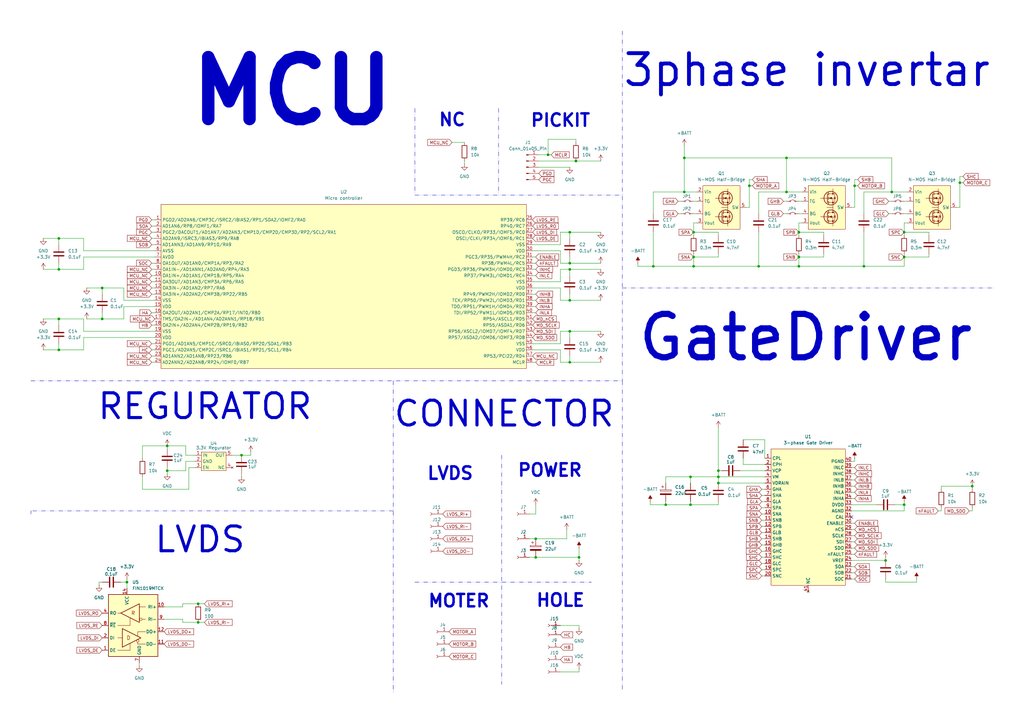
<source format=kicad_sch>
(kicad_sch (version 20250114) (generator "eeschema") (generator_version "9.0")
  (paper "A3")
  (text "GateDriver" (at 330.454 138.684 0) (effects (font (size 17.78 17.78) (thickness 2.54))))
  (text "HOLE" (at 229.87 246.38 0) (effects (font (size 5.08 5.08) (thickness 1.016) (bold yes))))
  (text "PICKIT\n" (at 229.87 49.53 0) (effects (font (size 5.08 5.08) (thickness 1.016) (bold yes))))
  (text "CONNECTOR" (at 206.756 169.926 0) (effects (font (size 10.16 10.16) (thickness 1.27))))
  (text "3phase invertar" (at 330.962 28.956 0) (effects (font (size 12.7 12.7) (thickness 1.5875))))
  (text "MOTER" (at 188.214 246.634 0) (effects (font (size 5.08 5.08) (thickness 1.016) (bold yes))))
  (text "LVDS" (at 184.658 194.31 0) (effects (font (size 5.08 5.08) (thickness 1.016) (bold yes))))
  (text "LVDS" (at 82.042 221.488 0) (effects (font (size 10.16 10.16) (thickness 1.27))))
  (text "MCU" (at 119.888 37.592 0) (effects (font (size 25.4 25.4) (bold yes))))
  (text "REGURATOR" (at 84.074 166.878 0) (effects (font (size 10.16 10.16) (thickness 1.27))))
  (text "POWER" (at 225.552 193.04 0) (effects (font (size 5.08 5.08) (thickness 1.016) (bold yes))))
  (text "NC" (at 185.42 49.276 0) (effects (font (size 5.08 5.08) (thickness 1.016) (bold yes))))
  (junction (at 327.66 95.25))
  (junction (at 41.91 118.11))
  (junction (at 283.21 195.58))
  (junction (at 273.05 207.01))
  (junction (at 219.71 228.6))
  (junction (at 233.68 107.95))
  (junction (at 24.13 143.51))
  (junction (at 284.48 109.22))
  (junction (at 322.58 78.74))
  (junction (at 81.28 247.65))
  (junction (at 224.79 63.5))
  (junction (at 68.58 193.04))
  (junction (at 280.67 78.74))
  (junction (at 370.84 105.41))
  (junction (at 294.64 195.58))
  (junction (at 233.68 123.19))
  (junction (at 294.64 193.04))
  (junction (at 327.66 105.41))
  (junction (at 398.78 199.39))
  (junction (at 280.67 64.77))
  (junction (at 24.13 97.79))
  (junction (at 350.52 76.2))
  (junction (at 233.68 135.89))
  (junction (at 24.13 130.81))
  (junction (at 307.34 76.2))
  (junction (at 99.06 186.69))
  (junction (at 81.28 255.27))
  (junction (at 24.13 110.49))
  (junction (at 354.33 109.22))
  (junction (at 283.21 207.01))
  (junction (at 219.71 220.98))
  (junction (at 363.22 229.87))
  (junction (at 52.07 238.76))
  (junction (at 370.84 207.01))
  (junction (at 393.7 74.93))
  (junction (at 236.22 66.04))
  (junction (at 284.48 95.25))
  (junction (at 327.66 109.22))
  (junction (at 311.15 109.22))
  (junction (at 233.68 148.59))
  (junction (at 68.58 182.88))
  (junction (at 284.48 105.41))
  (junction (at 294.64 198.12))
  (junction (at 237.49 228.6))
  (junction (at 233.68 95.25))
  (junction (at 322.58 64.77))
  (junction (at 370.84 95.25))
  (junction (at 365.76 78.74))
  (junction (at 41.91 130.81))
  (junction (at 267.97 109.22))
  (junction (at 233.68 110.49))
  (no_connect (at 349.25 212.09))
  (wire (pts (xy 224.79 57.15) (xy 224.79 63.5)))
  (wire (pts (xy 218.44 115.57) (xy 229.87 115.57)))
  (wire (pts (xy 24.13 130.81) (xy 24.13 133.35)))
  (wire (pts (xy 363.22 238.76) (xy 363.22 237.49)))
  (wire (pts (xy 41.91 118.11) (xy 41.91 120.65)))
  (wire (pts (xy 328.93 91.44) (xy 327.66 91.44)))
  (wire (pts (xy 284.48 91.44) (xy 285.75 91.44)))
  (wire (pts (xy 321.31 82.55) (xy 322.58 82.55)))
  (wire (pts (xy 233.68 95.25) (xy 233.68 97.79)))
  (wire (pts (xy 313.69 180.34) (xy 304.8 180.34)))
  (wire (pts (xy 233.68 135.89) (xy 233.68 138.43)))
  (wire (pts (xy 246.38 135.89) (xy 233.68 135.89)))
  (wire (pts (xy 34.29 135.89) (xy 34.29 130.81)))
  (wire (pts (xy 294.64 195.58) (xy 294.64 198.12)))
  (wire (pts (xy 363.22 229.87) (xy 363.22 228.6)))
  (wire (pts (xy 99.06 195.58) (xy 99.06 194.31)))
  (polyline (pts (xy 170.18 44.45) (xy 170.18 80.01)) (stroke (width 0) (type dash_dot_dot)))
  (wire (pts (xy 218.44 140.97) (xy 229.87 140.97)))
  (wire (pts (xy 294.64 105.41) (xy 284.48 105.41)))
  (wire (pts (xy 284.48 95.25) (xy 284.48 96.52)))
  (wire (pts (xy 233.68 105.41) (xy 233.68 107.95)))
  (wire (pts (xy 218.44 100.33) (xy 229.87 100.33)))
  (wire (pts (xy 278.13 82.55) (xy 279.4 82.55)))
  (wire (pts (xy 68.58 193.04) (xy 68.58 191.77)))
  (wire (pts (xy 41.91 128.27) (xy 41.91 130.81)))
  (wire (pts (xy 312.42 228.6) (xy 313.69 228.6)))
  (wire (pts (xy 68.58 182.88) (xy 68.58 184.15)))
  (wire (pts (xy 393.7 74.93) (xy 393.7 85.09)))
  (wire (pts (xy 80.01 186.69) (xy 76.2 186.69)))
  (wire (pts (xy 386.08 199.39) (xy 398.78 199.39)))
  (wire (pts (xy 375.92 237.49) (xy 375.92 238.76)))
  (wire (pts (xy 354.33 109.22) (xy 370.84 109.22)))
  (wire (pts (xy 50.8 123.19) (xy 63.5 123.19)))
  (wire (pts (xy 62.23 95.25) (xy 63.5 95.25)))
  (wire (pts (xy 273.05 205.74) (xy 273.05 207.01)))
  (wire (pts (xy 233.68 146.05) (xy 233.68 148.59)))
  (wire (pts (xy 218.44 143.51) (xy 229.87 143.51)))
  (wire (pts (xy 311.15 87.63) (xy 311.15 78.74)))
  (wire (pts (xy 370.84 91.44) (xy 372.11 91.44)))
  (wire (pts (xy 217.17 228.6) (xy 219.71 228.6)))
  (wire (pts (xy 237.49 224.79) (xy 237.49 228.6)))
  (wire (pts (xy 74.93 255.27) (xy 81.28 255.27)))
  (polyline (pts (xy 161.29 209.55) (xy 12.7 209.55)) (stroke (width 0) (type dash_dot_dot)))
  (wire (pts (xy 370.84 95.25) (xy 370.84 96.52)))
  (wire (pts (xy 62.23 148.59) (xy 63.5 148.59)))
  (wire (pts (xy 81.28 255.27) (xy 83.82 255.27)))
  (wire (pts (xy 337.82 95.25) (xy 327.66 95.25)))
  (wire (pts (xy 229.87 118.11) (xy 229.87 123.19)))
  (wire (pts (xy 327.66 82.55) (xy 328.93 82.55)))
  (wire (pts (xy 62.23 128.27) (xy 63.5 128.27)))
  (wire (pts (xy 294.64 193.04) (xy 295.91 193.04)))
  (wire (pts (xy 350.52 237.49) (xy 349.25 237.49)))
  (wire (pts (xy 284.48 109.22) (xy 311.15 109.22)))
  (polyline (pts (xy 255.27 156.21) (xy 255.27 283.21)) (stroke (width 0) (type dash_dot_dot)))
  (wire (pts (xy 307.34 73.66) (xy 308.61 73.66)))
  (wire (pts (xy 224.79 63.5) (xy 226.06 63.5)))
  (wire (pts (xy 372.11 78.74) (xy 365.76 78.74)))
  (wire (pts (xy 312.42 213.36) (xy 313.69 213.36)))
  (wire (pts (xy 307.34 73.66) (xy 307.34 76.2)))
  (wire (pts (xy 283.21 207.01) (xy 283.21 205.74)))
  (wire (pts (xy 62.23 97.79) (xy 63.5 97.79)))
  (wire (pts (xy 284.48 104.14) (xy 284.48 105.41)))
  (wire (pts (xy 327.66 104.14) (xy 327.66 105.41)))
  (wire (pts (xy 370.84 104.14) (xy 370.84 105.41)))
  (wire (pts (xy 233.68 120.65) (xy 233.68 123.19)))
  (wire (pts (xy 50.8 123.19) (xy 50.8 118.11)))
  (polyline (pts (xy 12.7 209.55) (xy 12.7 210.82)) (stroke (width 0) (type dash_dot_dot)))
  (wire (pts (xy 102.87 185.42) (xy 102.87 186.69)))
  (wire (pts (xy 62.23 100.33) (xy 63.5 100.33)))
  (wire (pts (xy 307.34 85.09) (xy 306.07 85.09)))
  (wire (pts (xy 312.42 203.2) (xy 313.69 203.2)))
  (wire (pts (xy 17.78 97.79) (xy 24.13 97.79)))
  (wire (pts (xy 40.64 238.76) (xy 41.91 238.76)))
  (wire (pts (xy 393.7 85.09) (xy 392.43 85.09)))
  (wire (pts (xy 232.41 217.17) (xy 232.41 220.98)))
  (wire (pts (xy 76.2 182.88) (xy 68.58 182.88)))
  (wire (pts (xy 273.05 207.01) (xy 283.21 207.01)))
  (wire (pts (xy 321.31 87.63) (xy 322.58 87.63)))
  (wire (pts (xy 58.42 182.88) (xy 68.58 182.88)))
  (wire (pts (xy 337.82 105.41) (xy 327.66 105.41)))
  (wire (pts (xy 76.2 193.04) (xy 76.2 189.23)))
  (wire (pts (xy 381 95.25) (xy 370.84 95.25)))
  (wire (pts (xy 312.42 205.74) (xy 313.69 205.74)))
  (wire (pts (xy 273.05 195.58) (xy 283.21 195.58)))
  (wire (pts (xy 62.23 143.51) (xy 63.5 143.51)))
  (wire (pts (xy 219.71 123.19) (xy 218.44 123.19)))
  (wire (pts (xy 218.44 118.11) (xy 229.87 118.11)))
  (wire (pts (xy 337.82 104.14) (xy 337.82 105.41)))
  (wire (pts (xy 50.8 125.73) (xy 63.5 125.73)))
  (wire (pts (xy 190.5 58.42) (xy 185.42 58.42)))
  (polyline (pts (xy 12.7 156.21) (xy 255.27 156.21)) (stroke (width 0) (type dash_dot_dot)))
  (wire (pts (xy 312.42 236.22) (xy 313.69 236.22)))
  (wire (pts (xy 312.42 208.28) (xy 313.69 208.28)))
  (wire (pts (xy 229.87 95.25) (xy 233.68 95.25)))
  (wire (pts (xy 217.17 220.98) (xy 219.71 220.98)))
  (wire (pts (xy 237.49 256.54) (xy 229.87 256.54)))
  (polyline (pts (xy 205.74 186.69) (xy 205.74 280.67)) (stroke (width 0) (type dash_dot_dot)))
  (wire (pts (xy 367.03 207.01) (xy 370.84 207.01)))
  (wire (pts (xy 219.71 107.95) (xy 218.44 107.95)))
  (wire (pts (xy 359.41 207.01) (xy 349.25 207.01)))
  (wire (pts (xy 62.23 146.05) (xy 63.5 146.05)))
  (wire (pts (xy 237.49 228.6) (xy 237.49 229.87)))
  (wire (pts (xy 99.06 186.69) (xy 102.87 186.69)))
  (wire (pts (xy 24.13 143.51) (xy 17.78 143.51)))
  (wire (pts (xy 370.84 82.55) (xy 372.11 82.55)))
  (wire (pts (xy 284.48 82.55) (xy 285.75 82.55)))
  (wire (pts (xy 83.82 247.65) (xy 81.28 247.65)))
  (wire (pts (xy 237.49 274.32) (xy 237.49 275.59)))
  (wire (pts (xy 312.42 223.52) (xy 313.69 223.52)))
  (polyline (pts (xy 255.27 118.11) (xy 407.67 118.11)) (stroke (width 0) (type dash_dot_dot)))
  (wire (pts (xy 354.33 95.25) (xy 354.33 109.22)))
  (wire (pts (xy 229.87 100.33) (xy 229.87 95.25)))
  (wire (pts (xy 350.52 196.85) (xy 349.25 196.85)))
  (wire (pts (xy 381 96.52) (xy 381 95.25)))
  (wire (pts (xy 219.71 228.6) (xy 237.49 228.6)))
  (wire (pts (xy 219.71 120.65) (xy 218.44 120.65)))
  (wire (pts (xy 62.23 118.11) (xy 63.5 118.11)))
  (wire (pts (xy 68.58 194.31) (xy 68.58 193.04)))
  (polyline (pts (xy 204.47 44.45) (xy 204.47 80.01)) (stroke (width 0) (type dash_dot_dot)))
  (wire (pts (xy 303.53 193.04) (xy 313.69 193.04)))
  (polyline (pts (xy 255.27 12.7) (xy 255.27 156.21)) (stroke (width 0) (type dash_dot_dot)))
  (wire (pts (xy 304.8 187.96) (xy 304.8 190.5)))
  (wire (pts (xy 311.15 95.25) (xy 311.15 109.22)))
  (wire (pts (xy 219.71 148.59) (xy 218.44 148.59)))
  (wire (pts (xy 398.78 209.55) (xy 398.78 208.28)))
  (wire (pts (xy 278.13 87.63) (xy 279.4 87.63)))
  (wire (pts (xy 236.22 66.04) (xy 246.38 66.04)))
  (wire (pts (xy 350.52 187.96) (xy 350.52 189.23)))
  (wire (pts (xy 229.87 107.95) (xy 233.68 107.95)))
  (wire (pts (xy 350.52 201.93) (xy 349.25 201.93)))
  (wire (pts (xy 41.91 130.81) (xy 35.56 130.81)))
  (wire (pts (xy 34.29 102.87) (xy 63.5 102.87)))
  (wire (pts (xy 350.52 219.71) (xy 349.25 219.71)))
  (wire (pts (xy 219.71 128.27) (xy 218.44 128.27)))
  (wire (pts (xy 350.52 189.23) (xy 349.25 189.23)))
  (wire (pts (xy 62.23 107.95) (xy 63.5 107.95)))
  (wire (pts (xy 34.29 110.49) (xy 24.13 110.49)))
  (wire (pts (xy 34.29 135.89) (xy 63.5 135.89)))
  (wire (pts (xy 74.93 254) (xy 74.93 255.27)))
  (polyline (pts (xy 170.18 238.76) (xy 242.57 238.76)) (stroke (width 0) (type dash_dot_dot)))
  (wire (pts (xy 398.78 199.39) (xy 398.78 200.66)))
  (wire (pts (xy 266.7 207.01) (xy 266.7 205.74)))
  (wire (pts (xy 229.87 102.87) (xy 229.87 107.95)))
  (wire (pts (xy 350.52 217.17) (xy 349.25 217.17)))
  (wire (pts (xy 350.52 191.77) (xy 349.25 191.77)))
  (wire (pts (xy 273.05 198.12) (xy 273.05 195.58)))
  (wire (pts (xy 283.21 195.58) (xy 283.21 198.12)))
  (wire (pts (xy 62.23 92.71) (xy 63.5 92.71)))
  (wire (pts (xy 57.15 273.05) (xy 57.15 271.78)))
  (wire (pts (xy 294.64 104.14) (xy 294.64 105.41)))
  (wire (pts (xy 236.22 57.15) (xy 236.22 58.42)))
  (wire (pts (xy 294.64 207.01) (xy 294.64 205.74)))
  (wire (pts (xy 40.64 240.03) (xy 40.64 238.76)))
  (wire (pts (xy 350.52 222.25) (xy 349.25 222.25)))
  (wire (pts (xy 312.42 231.14) (xy 313.69 231.14)))
  (wire (pts (xy 267.97 95.25) (xy 267.97 109.22)))
  (wire (pts (xy 50.8 118.11) (xy 41.91 118.11)))
  (wire (pts (xy 67.31 254) (xy 74.93 254)))
  (wire (pts (xy 312.42 215.9) (xy 313.69 215.9)))
  (wire (pts (xy 322.58 78.74) (xy 322.58 64.77)))
  (wire (pts (xy 237.49 257.81) (xy 237.49 256.54)))
  (wire (pts (xy 34.29 130.81) (xy 24.13 130.81)))
  (wire (pts (xy 349.25 229.87) (xy 363.22 229.87)))
  (wire (pts (xy 62.23 140.97) (xy 63.5 140.97)))
  (wire (pts (xy 52.07 237.49) (xy 52.07 238.76)))
  (wire (pts (xy 312.42 233.68) (xy 313.69 233.68)))
  (wire (pts (xy 233.68 110.49) (xy 233.68 113.03)))
  (wire (pts (xy 354.33 78.74) (xy 365.76 78.74)))
  (wire (pts (xy 246.38 110.49) (xy 233.68 110.49)))
  (wire (pts (xy 58.42 195.58) (xy 58.42 200.66)))
  (wire (pts (xy 219.71 207.01) (xy 219.71 210.82)))
  (wire (pts (xy 76.2 189.23) (xy 80.01 189.23)))
  (wire (pts (xy 381 104.14) (xy 381 105.41)))
  (wire (pts (xy 58.42 187.96) (xy 58.42 182.88)))
  (wire (pts (xy 77.47 200.66) (xy 77.47 191.77)))
  (wire (pts (xy 261.62 107.95) (xy 261.62 109.22)))
  (wire (pts (xy 280.67 59.69) (xy 280.67 64.77)))
  (wire (pts (xy 350.52 194.31) (xy 349.25 194.31)))
  (wire (pts (xy 237.49 275.59) (xy 229.87 275.59)))
  (wire (pts (xy 312.42 200.66) (xy 313.69 200.66)))
  (wire (pts (xy 350.52 76.2) (xy 350.52 85.09)))
  (wire (pts (xy 322.58 64.77) (xy 280.67 64.77)))
  (wire (pts (xy 294.64 95.25) (xy 284.48 95.25)))
  (wire (pts (xy 229.87 143.51) (xy 229.87 148.59)))
  (wire (pts (xy 294.64 96.52) (xy 294.64 95.25)))
  (wire (pts (xy 62.23 90.17) (xy 63.5 90.17)))
  (wire (pts (xy 308.61 76.2) (xy 307.34 76.2)))
  (wire (pts (xy 267.97 87.63) (xy 267.97 78.74)))
  (wire (pts (xy 280.67 78.74) (xy 285.75 78.74)))
  (wire (pts (xy 327.66 105.41) (xy 327.66 109.22)))
  (wire (pts (xy 350.52 232.41) (xy 349.25 232.41)))
  (wire (pts (xy 219.71 105.41) (xy 218.44 105.41)))
  (wire (pts (xy 386.08 209.55) (xy 386.08 208.28)))
  (wire (pts (xy 267.97 78.74) (xy 280.67 78.74)))
  (wire (pts (xy 68.58 193.04) (xy 76.2 193.04)))
  (wire (pts (xy 350.52 234.95) (xy 349.25 234.95)))
  (wire (pts (xy 313.69 187.96) (xy 313.69 180.34)))
  (wire (pts (xy 311.15 78.74) (xy 322.58 78.74)))
  (wire (pts (xy 229.87 115.57) (xy 229.87 110.49)))
  (wire (pts (xy 219.71 125.73) (xy 218.44 125.73)))
  (wire (pts (xy 34.29 105.41) (xy 63.5 105.41)))
  (wire (pts (xy 364.49 82.55) (xy 365.76 82.55)))
  (wire (pts (xy 312.42 218.44) (xy 313.69 218.44)))
  (wire (pts (xy 370.84 91.44) (xy 370.84 95.25)))
  (wire (pts (xy 393.7 72.39) (xy 393.7 74.93)))
  (wire (pts (xy 350.52 214.63) (xy 349.25 214.63)))
  (wire (pts (xy 34.29 102.87) (xy 34.29 97.79)))
  (wire (pts (xy 283.21 207.01) (xy 294.64 207.01)))
  (wire (pts (xy 77.47 191.77) (xy 80.01 191.77)))
  (wire (pts (xy 50.8 125.73) (xy 50.8 130.81)))
  (wire (pts (xy 386.08 199.39) (xy 386.08 200.66)))
  (wire (pts (xy 229.87 140.97) (xy 229.87 135.89)))
  (wire (pts (xy 34.29 105.41) (xy 34.29 110.49)))
  (wire (pts (xy 34.29 97.79) (xy 24.13 97.79)))
  (wire (pts (xy 307.34 76.2) (xy 307.34 85.09)))
  (wire (pts (xy 17.78 130.81) (xy 24.13 130.81)))
  (wire (pts (xy 394.97 72.39) (xy 393.7 72.39)))
  (wire (pts (xy 246.38 123.19) (xy 233.68 123.19)))
  (wire (pts (xy 62.23 120.65) (xy 63.5 120.65)))
  (wire (pts (xy 350.52 224.79) (xy 349.25 224.79)))
  (wire (pts (xy 67.31 248.92) (xy 74.93 248.92)))
  (wire (pts (xy 34.29 138.43) (xy 63.5 138.43)))
  (wire (pts (xy 49.53 238.76) (xy 52.07 238.76)))
  (wire (pts (xy 365.76 78.74) (xy 365.76 64.77)))
  (wire (pts (xy 284.48 105.41) (xy 284.48 109.22)))
  (wire (pts (xy 219.71 110.49) (xy 218.44 110.49)))
  (wire (pts (xy 328.93 78.74) (xy 322.58 78.74)))
  (wire (pts (xy 62.23 113.03) (xy 63.5 113.03)))
  (wire (pts (xy 229.87 110.49) (xy 233.68 110.49)))
  (wire (pts (xy 52.07 238.76) (xy 52.07 241.3)))
  (wire (pts (xy 76.2 186.69) (xy 76.2 182.88)))
  (wire (pts (xy 58.42 200.66) (xy 77.47 200.66)))
  (wire (pts (xy 24.13 107.95) (xy 24.13 110.49)))
  (wire (pts (xy 350.52 76.2) (xy 351.79 76.2)))
  (wire (pts (xy 364.49 87.63) (xy 365.76 87.63)))
  (wire (pts (xy 261.62 109.22) (xy 267.97 109.22)))
  (wire (pts (xy 220.98 68.58) (xy 233.68 68.58)))
  (wire (pts (xy 34.29 138.43) (xy 34.29 143.51)))
  (wire (pts (xy 350.52 227.33) (xy 349.25 227.33)))
  (wire (pts (xy 350.52 199.39) (xy 349.25 199.39)))
  (wire (pts (xy 267.97 109.22) (xy 284.48 109.22)))
  (wire (pts (xy 350.52 76.2) (xy 350.52 73.66)))
  (wire (pts (xy 219.71 113.03) (xy 218.44 113.03)))
  (wire (pts (xy 246.38 148.59) (xy 233.68 148.59)))
  (wire (pts (xy 365.76 64.77) (xy 322.58 64.77)))
  (wire (pts (xy 283.21 195.58) (xy 294.64 195.58)))
  (wire (pts (xy 350.52 204.47) (xy 349.25 204.47)))
  (wire (pts (xy 62.23 133.35) (xy 63.5 133.35)))
  (polyline (pts (xy 170.18 80.01) (xy 255.27 80.01)) (stroke (width 0) (type dash_dot_dot)))
  (wire (pts (xy 219.71 210.82) (xy 217.17 210.82)))
  (wire (pts (xy 74.93 247.65) (xy 81.28 247.65)))
  (wire (pts (xy 327.66 87.63) (xy 328.93 87.63)))
  (wire (pts (xy 354.33 87.63) (xy 354.33 78.74)))
  (wire (pts (xy 224.79 63.5) (xy 220.98 63.5)))
  (wire (pts (xy 24.13 140.97) (xy 24.13 143.51)))
  (wire (pts (xy 386.08 209.55) (xy 384.81 209.55)))
  (wire (pts (xy 229.87 123.19) (xy 233.68 123.19)))
  (wire (pts (xy 246.38 95.25) (xy 233.68 95.25)))
  (wire (pts (xy 62.23 110.49) (xy 63.5 110.49)))
  (wire (pts (xy 284.48 91.44) (xy 284.48 95.25)))
  (wire (pts (xy 95.25 186.69) (xy 99.06 186.69)))
  (wire (pts (xy 284.48 87.63) (xy 285.75 87.63)))
  (wire (pts (xy 370.84 209.55) (xy 349.25 209.55)))
  (wire (pts (xy 294.64 195.58) (xy 294.64 193.04)))
  (wire (pts (xy 327.66 109.22) (xy 354.33 109.22)))
  (wire (pts (xy 312.42 226.06) (xy 313.69 226.06)))
  (wire (pts (xy 266.7 207.01) (xy 273.05 207.01)))
  (wire (pts (xy 397.51 209.55) (xy 398.78 209.55)))
  (wire (pts (xy 219.71 220.98) (xy 232.41 220.98)))
  (wire (pts (xy 375.92 238.76) (xy 363.22 238.76)))
  (wire (pts (xy 337.82 96.52) (xy 337.82 95.25)))
  (polyline (pts (xy 161.29 156.21) (xy 161.29 284.48)) (stroke (width 0) (type dash_dot_dot)))
  (wire (pts (xy 236.22 57.15) (xy 224.79 57.15)))
  (wire (pts (xy 304.8 190.5) (xy 313.69 190.5)))
  (wire (pts (xy 280.67 64.77) (xy 280.67 78.74)))
  (wire (pts (xy 370.84 207.01) (xy 370.84 209.55)))
  (wire (pts (xy 62.23 115.57) (xy 63.5 115.57)))
  (wire (pts (xy 218.44 102.87) (xy 229.87 102.87)))
  (wire (pts (xy 311.15 109.22) (xy 327.66 109.22)))
  (wire (pts (xy 190.5 67.31) (xy 190.5 66.04)))
  (wire (pts (xy 294.64 175.26) (xy 294.64 193.04)))
  (wire (pts (xy 370.84 105.41) (xy 370.84 109.22)))
  (wire (pts (xy 34.29 143.51) (xy 24.13 143.51)))
  (wire (pts (xy 35.56 118.11) (xy 41.91 118.11)))
  (wire (pts (xy 229.87 135.89) (xy 233.68 135.89)))
  (wire (pts (xy 74.93 248.92) (xy 74.93 247.65)))
  (wire (pts (xy 370.84 205.74) (xy 370.84 207.01)))
  (wire (pts (xy 312.42 210.82) (xy 313.69 210.82)))
  (wire (pts (xy 24.13 110.49) (xy 17.78 110.49)))
  (wire (pts (xy 381 105.41) (xy 370.84 105.41)))
  (wire (pts (xy 294.64 198.12) (xy 313.69 198.12)))
  (wire (pts (xy 350.52 73.66) (xy 351.79 73.66)))
  (wire (pts (xy 393.7 74.93) (xy 394.97 74.93)))
  (wire (pts (xy 370.84 87.63) (xy 372.11 87.63)))
  (wire (pts (xy 327.66 95.25) (xy 327.66 96.52)))
  (wire (pts (xy 327.66 91.44) (xy 327.66 95.25)))
  (wire (pts (xy 50.8 130.81) (xy 41.91 130.81)))
  (wire (pts (xy 349.25 85.09) (xy 350.52 85.09)))
  (wire (pts (xy 229.87 148.59) (xy 233.68 148.59)))
  (wire (pts (xy 312.42 220.98) (xy 313.69 220.98)))
  (wire (pts (xy 220.98 66.04) (xy 236.22 66.04)))
  (wire (pts (xy 246.38 107.95) (xy 233.68 107.95)))
  (wire (pts (xy 24.13 97.79) (xy 24.13 100.33)))
  (wire (pts (xy 294.64 195.58) (xy 313.69 195.58)))
  (global_label "MCU_NC" (shape input) (at 62.23 115.57 180) (property "Intersheetrefs" "${INTERSHEET_REFS}" (effects (hide yes))))
  (global_label "nFAULT" (shape input) (at 219.71 107.95 0) (property "Intersheetrefs" "${INTERSHEET_REFS}" (effects (hide yes))))
  (global_label "MCU_NC" (shape input) (at 62.23 140.97 180) (property "Intersheetrefs" "${INTERSHEET_REFS}" (effects (hide yes))))
  (global_label "HB" (shape input) (at 62.23 133.35 180) (property "Intersheetrefs" "${INTERSHEET_REFS}" (effects (hide yes))))
  (global_label "MD_SDO" (shape input) (at 350.52 224.79 0) (property "Intersheetrefs" "${INTERSHEET_REFS}" (effects (hide yes))))
  (global_label "GHA" (shape input) (at 312.42 200.66 180) (property "Intersheetrefs" "${INTERSHEET_REFS}" (effects (hide yes))))
  (global_label "GHB" (shape input) (at 312.42 223.52 180) (property "Intersheetrefs" "${INTERSHEET_REFS}" (effects (hide yes))))
  (global_label "INLA" (shape input) (at 350.52 201.93 0) (property "Intersheetrefs" "${INTERSHEET_REFS}" (effects (hide yes))))
  (global_label "SNA" (shape input) (at 312.42 210.82 180) (property "Intersheetrefs" "${INTERSHEET_REFS}" (effects (hide yes))))
  (global_label "MD_nCS" (shape input) (at 350.52 217.17 0) (property "Intersheetrefs" "${INTERSHEET_REFS}" (effects (hide yes))))
  (global_label "MD_nCS" (shape input) (at 218.44 130.81 0) (property "Intersheetrefs" "${INTERSHEET_REFS}" (effects (hide yes))))
  (global_label "MOTOR_B" (shape input) (at 184.15 264.16 0) (property "Intersheetrefs" "${INTERSHEET_REFS}" (effects (hide yes))))
  (global_label "MCU_NC" (shape input) (at 62.23 148.59 180) (property "Intersheetrefs" "${INTERSHEET_REFS}" (effects (hide yes))))
  (global_label "MCU_NC" (shape input) (at 62.23 113.03 180) (property "Intersheetrefs" "${INTERSHEET_REFS}" (effects (hide yes))))
  (global_label "LVDS_RI-" (shape input) (at 83.82 255.27 0) (property "Intersheetrefs" "${INTERSHEET_REFS}" (effects (hide yes))))
  (global_label "PGD" (shape input) (at 220.98 71.12 0) (property "Intersheetrefs" "${INTERSHEET_REFS}" (effects (hide yes))))
  (global_label "SPA" (shape input) (at 284.48 95.25 180) (property "Intersheetrefs" "${INTERSHEET_REFS}" (effects (hide yes))))
  (global_label "INHB" (shape input) (at 219.71 120.65 0) (property "Intersheetrefs" "${INTERSHEET_REFS}" (effects (hide yes))))
  (global_label "SNA" (shape input) (at 284.48 105.41 180) (property "Intersheetrefs" "${INTERSHEET_REFS}" (effects (hide yes))))
  (global_label "LVDS_DE" (shape input) (at 41.91 266.7 180) (property "Intersheetrefs" "${INTERSHEET_REFS}" (effects (hide yes))))
  (global_label "HA" (shape input) (at 62.23 128.27 180) (property "Intersheetrefs" "${INTERSHEET_REFS}" (effects (hide yes))))
  (global_label "HC" (shape input) (at 62.23 143.51 180) (property "Intersheetrefs" "${INTERSHEET_REFS}" (effects (hide yes))))
  (global_label "SHC" (shape input) (at 394.97 72.39 0) (property "Intersheetrefs" "${INTERSHEET_REFS}" (effects (hide yes))))
  (global_label "LVDS_DI" (shape input) (at 218.44 95.25 0) (property "Intersheetrefs" "${INTERSHEET_REFS}" (effects (hide yes))))
  (global_label "SPC" (shape input) (at 370.84 95.25 180) (property "Intersheetrefs" "${INTERSHEET_REFS}" (effects (hide yes))))
  (global_label "LVDS_DE" (shape input) (at 218.44 97.79 0) (property "Intersheetrefs" "${INTERSHEET_REFS}" (effects (hide yes))))
  (global_label "INLA" (shape input) (at 219.71 128.27 0) (property "Intersheetrefs" "${INTERSHEET_REFS}" (effects (hide yes))))
  (global_label "MOTOR_B" (shape input) (at 351.79 76.2 0) (property "Intersheetrefs" "${INTERSHEET_REFS}" (effects (hide yes))))
  (global_label "INLC" (shape input) (at 350.52 191.77 0) (property "Intersheetrefs" "${INTERSHEET_REFS}" (effects (hide yes))))
  (global_label "SOA" (shape input) (at 350.52 232.41 0) (property "Intersheetrefs" "${INTERSHEET_REFS}" (effects (hide yes))))
  (global_label "LVDS_RO" (shape input) (at 41.91 251.46 180) (property "Intersheetrefs" "${INTERSHEET_REFS}" (effects (hide yes))))
  (global_label "MCLR" (shape input) (at 219.71 148.59 0) (property "Intersheetrefs" "${INTERSHEET_REFS}" (effects (hide yes))))
  (global_label "SHC" (shape input) (at 312.42 228.6 180) (property "Intersheetrefs" "${INTERSHEET_REFS}" (effects (hide yes))))
  (global_label "SNB" (shape input) (at 312.42 213.36 180) (property "Intersheetrefs" "${INTERSHEET_REFS}" (effects (hide yes))))
  (global_label "LVDS_DO+" (shape input) (at 67.31 259.08 0) (property "Intersheetrefs" "${INTERSHEET_REFS}" (effects (hide yes))))
  (global_label "nFAULT" (shape input) (at 350.52 227.33 0) (property "Intersheetrefs" "${INTERSHEET_REFS}" (effects (hide yes))))
  (global_label "SOB" (shape input) (at 62.23 100.33 180) (property "Intersheetrefs" "${INTERSHEET_REFS}" (effects (hide yes))))
  (global_label "LVDS_RI-" (shape input) (at 181.61 215.9 0) (property "Intersheetrefs" "${INTERSHEET_REFS}" (effects (hide yes))))
  (global_label "LVDS_RI+" (shape input) (at 181.61 210.82 0) (property "Intersheetrefs" "${INTERSHEET_REFS}" (effects (hide yes))))
  (global_label "INHA" (shape input) (at 350.52 204.47 0) (property "Intersheetrefs" "${INTERSHEET_REFS}" (effects (hide yes))))
  (global_label "SPB" (shape input) (at 327.66 95.25 180) (property "Intersheetrefs" "${INTERSHEET_REFS}" (effects (hide yes))))
  (global_label "LVDS_DI" (shape input) (at 41.91 261.62 180) (property "Intersheetrefs" "${INTERSHEET_REFS}" (effects (hide yes))))
  (global_label "PGD" (shape input) (at 62.23 90.17 180) (property "Intersheetrefs" "${INTERSHEET_REFS}" (effects (hide yes))))
  (global_label "SPA" (shape input) (at 312.42 208.28 180) (property "Intersheetrefs" "${INTERSHEET_REFS}" (effects (hide yes))))
  (global_label "MD_SDO" (shape input) (at 218.44 138.43 0) (property "Intersheetrefs" "${INTERSHEET_REFS}" (effects (hide yes))))
  (global_label "GLB" (shape input) (at 321.31 87.63 180) (property "Intersheetrefs" "${INTERSHEET_REFS}" (effects (hide yes))))
  (global_label "MOTOR_A" (shape input) (at 184.15 259.08 0) (property "Intersheetrefs" "${INTERSHEET_REFS}" (effects (hide yes))))
  (global_label "SPB" (shape input) (at 312.42 215.9 180) (property "Intersheetrefs" "${INTERSHEET_REFS}" (effects (hide yes))))
  (global_label "MD_SCLK" (shape input) (at 218.44 133.35 0) (property "Intersheetrefs" "${INTERSHEET_REFS}" (effects (hide yes))))
  (global_label "MD_SCLK" (shape input) (at 350.52 219.71 0) (property "Intersheetrefs" "${INTERSHEET_REFS}" (effects (hide yes))))
  (global_label "SNC" (shape input) (at 312.42 236.22 180) (property "Intersheetrefs" "${INTERSHEET_REFS}" (effects (hide yes))))
  (global_label "MCU_NC" (shape input) (at 63.5 130.81 180) (property "Intersheetrefs" "${INTERSHEET_REFS}" (effects (hide yes))))
  (global_label "INHC" (shape input) (at 219.71 110.49 0) (property "Intersheetrefs" "${INTERSHEET_REFS}" (effects (hide yes))))
  (global_label "GLC" (shape input) (at 312.42 231.14 180) (property "Intersheetrefs" "${INTERSHEET_REFS}" (effects (hide yes))))
  (global_label "PGC" (shape input) (at 220.98 73.66 0) (property "Intersheetrefs" "${INTERSHEET_REFS}" (effects (hide yes))))
  (global_label "INHB" (shape input) (at 350.52 199.39 0) (property "Intersheetrefs" "${INTERSHEET_REFS}" (effects (hide yes))))
  (global_label "MOTOR_A" (shape input) (at 308.61 76.2 0) (property "Intersheetrefs" "${INTERSHEET_REFS}" (effects (hide yes))))
  (global_label "ENABLE" (shape input) (at 350.52 214.63 0) (property "Intersheetrefs" "${INTERSHEET_REFS}" (effects (hide yes))))
  (global_label "nFAULT" (shape input) (at 384.81 209.55 180) (property "Intersheetrefs" "${INTERSHEET_REFS}" (effects (hide yes))))
  (global_label "MOTOR_C" (shape input) (at 394.97 74.93 0) (property "Intersheetrefs" "${INTERSHEET_REFS}" (effects (hide yes))))
  (global_label "GHC" (shape input) (at 312.42 226.06 180) (property "Intersheetrefs" "${INTERSHEET_REFS}" (effects (hide yes))))
  (global_label "MCU_NC" (shape input) (at 62.23 110.49 180) (property "Intersheetrefs" "${INTERSHEET_REFS}" (effects (hide yes))))
  (global_label "ENABLE" (shape input) (at 219.71 105.41 0) (property "Intersheetrefs" "${INTERSHEET_REFS}" (effects (hide yes))))
  (global_label "MCLR" (shape input) (at 226.06 63.5 0) (property "Intersheetrefs" "${INTERSHEET_REFS}" (effects (hide yes))))
  (global_label "PGC" (shape input) (at 62.23 95.25 180) (property "Intersheetrefs" "${INTERSHEET_REFS}" (effects (hide yes))))
  (global_label "SHB" (shape input) (at 312.42 220.98 180) (property "Intersheetrefs" "${INTERSHEET_REFS}" (effects (hide yes))))
  (global_label "INHA" (shape input) (at 219.71 125.73 0) (property "Intersheetrefs" "${INTERSHEET_REFS}" (effects (hide yes))))
  (global_label "GLB" (shape input) (at 312.42 218.44 180) (property "Intersheetrefs" "${INTERSHEET_REFS}" (effects (hide yes))))
  (global_label "GHB" (shape input) (at 321.31 82.55 180) (property "Intersheetrefs" "${INTERSHEET_REFS}" (effects (hide yes))))
  (global_label "MD_SDO" (shape input) (at 397.51 209.55 180) (property "Intersheetrefs" "${INTERSHEET_REFS}" (effects (hide yes))))
  (global_label "HB" (shape input) (at 229.87 265.43 0) (property "Intersheetrefs" "${INTERSHEET_REFS}" (effects (hide yes))))
  (global_label "SOC" (shape input) (at 350.52 237.49 0) (property "Intersheetrefs" "${INTERSHEET_REFS}" (effects (hide yes))))
  (global_label "HC" (shape input) (at 229.87 260.35 0) (property "Intersheetrefs" "${INTERSHEET_REFS}" (effects (hide yes))))
  (global_label "LVDS_RI+" (shape input) (at 83.82 247.65 0) (property "Intersheetrefs" "${INTERSHEET_REFS}" (effects (hide yes))))
  (global_label "MD_SDI" (shape input) (at 350.52 222.25 0) (property "Intersheetrefs" "${INTERSHEET_REFS}" (effects (hide yes))))
  (global_label "LVDS_DO+" (shape input) (at 181.61 220.98 0) (property "Intersheetrefs" "${INTERSHEET_REFS}" (effects (hide yes))))
  (global_label "SNB" (shape input) (at 327.66 105.41 180) (property "Intersheetrefs" "${INTERSHEET_REFS}" (effects (hide yes))))
  (global_label "GLC" (shape input) (at 364.49 87.63 180) (property "Intersheetrefs" "${INTERSHEET_REFS}" (effects (hide yes))))
  (global_label "MCU_NC" (shape input) (at 62.23 118.11 180) (property "Intersheetrefs" "${INTERSHEET_REFS}" (effects (hide yes))))
  (global_label "SOB" (shape input) (at 350.52 234.95 0) (property "Intersheetrefs" "${INTERSHEET_REFS}" (effects (hide yes))))
  (global_label "MD_SDI" (shape input) (at 218.44 135.89 0) (property "Intersheetrefs" "${INTERSHEET_REFS}" (effects (hide yes))))
  (global_label "SNC" (shape input) (at 370.84 105.41 180) (property "Intersheetrefs" "${INTERSHEET_REFS}" (effects (hide yes))))
  (global_label "SHA" (shape input) (at 308.61 73.66 0) (property "Intersheetrefs" "${INTERSHEET_REFS}" (effects (hide yes))))
  (global_label "INLB" (shape input) (at 350.52 196.85 0) (property "Intersheetrefs" "${INTERSHEET_REFS}" (effects (hide yes))))
  (global_label "SHB" (shape input) (at 351.79 73.66 0) (property "Intersheetrefs" "${INTERSHEET_REFS}" (effects (hide yes))))
  (global_label "GHC" (shape input) (at 364.49 82.55 180) (property "Intersheetrefs" "${INTERSHEET_REFS}" (effects (hide yes))))
  (global_label "SOC" (shape input) (at 62.23 107.95 180) (property "Intersheetrefs" "${INTERSHEET_REFS}" (effects (hide yes))))
  (global_label "LVDS_RO" (shape input) (at 218.44 92.71 0) (property "Intersheetrefs" "${INTERSHEET_REFS}" (effects (hide yes))))
  (global_label "INLC" (shape input) (at 219.71 113.03 0) (property "Intersheetrefs" "${INTERSHEET_REFS}" (effects (hide yes))))
  (global_label "MOTOR_C" (shape input) (at 184.15 269.24 0) (property "Intersheetrefs" "${INTERSHEET_REFS}" (effects (hide yes))))
  (global_label "GLA" (shape input) (at 278.13 87.63 180) (property "Intersheetrefs" "${INTERSHEET_REFS}" (effects (hide yes))))
  (global_label "INHC" (shape input) (at 350.52 194.31 0) (property "Intersheetrefs" "${INTERSHEET_REFS}" (effects (hide yes))))
  (global_label "INLB" (shape input) (at 219.71 123.19 0) (property "Intersheetrefs" "${INTERSHEET_REFS}" (effects (hide yes))))
  (global_label "SPC" (shape input) (at 312.42 233.68 180) (property "Intersheetrefs" "${INTERSHEET_REFS}" (effects (hide yes))))
  (global_label "LVDS_RE" (shape input) (at 41.91 256.54 180) (property "Intersheetrefs" "${INTERSHEET_REFS}" (effects (hide yes))))
  (global_label "SHA" (shape input) (at 312.42 203.2 180) (property "Intersheetrefs" "${INTERSHEET_REFS}" (effects (hide yes))))
  (global_label "SOA" (shape input) (at 62.23 92.71 180) (property "Intersheetrefs" "${INTERSHEET_REFS}" (effects (hide yes))))
  (global_label "MCU_NC" (shape input) (at 62.23 146.05 180) (property "Intersheetrefs" "${INTERSHEET_REFS}" (effects (hide yes))))
  (global_label "MCU_NC" (shape input) (at 218.44 146.05 0) (property "Intersheetrefs" "${INTERSHEET_REFS}" (effects (hide yes))))
  (global_label "HA" (shape input) (at 229.87 270.51 0) (property "Intersheetrefs" "${INTERSHEET_REFS}" (effects (hide yes))))
  (global_label "MCU_NC" (shape input) (at 62.23 97.79 180) (property "Intersheetrefs" "${INTERSHEET_REFS}" (effects (hide yes))))
  (global_label "GLA" (shape input) (at 312.42 205.74 180) (property "Intersheetrefs" "${INTERSHEET_REFS}" (effects (hide yes))))
  (global_label "GHA" (shape input) (at 278.13 82.55 180) (property "Intersheetrefs" "${INTERSHEET_REFS}" (effects (hide yes))))
  (global_label "MCU_NC" (shape input) (at 185.42 58.42 180) (property "Intersheetrefs" "${INTERSHEET_REFS}" (effects (hide yes))))
  (global_label "MCU_NC" (shape input) (at 62.23 120.65 180) (property "Intersheetrefs" "${INTERSHEET_REFS}" (effects (hide yes))))
  (global_label "LVDS_RE" (shape input) (at 218.44 90.17 0) (property "Intersheetrefs" "${INTERSHEET_REFS}" (effects (hide yes))))
  (global_label "LVDS_DO-" (shape input) (at 67.31 264.16 0) (property "Intersheetrefs" "${INTERSHEET_REFS}" (effects (hide yes))))
  (global_label "LVDS_DO-" (shape input) (at 181.61 226.06 0) (property "Intersheetrefs" "${INTERSHEET_REFS}" (effects (hide yes))))
  (symbol (lib_id "power:+3.3V") (at 246.38 66.04 0) (unit 1)
    (property "Reference" "#PWR022" (effects (hide yes)))
    (property "Value" "+3.3V" (at 246.38 60.96 0))
    (property "Description" "Power symbol creates a global label with name \"+3.3V\"" (effects (hide yes)))
  )
  (symbol (lib_id "Connector:Conn_01x01_Socket") (at 212.09 220.98 180) (unit 1) (in_bom no)
    (property "Reference" "J2" (at 214.63 218.186 0))
    (property "Value" "Conn_01x01_Socket" (effects (hide yes)))
    (property "Footprint" "Connector_Wire:SolderWirePad_1x01_SMD_3x6mm" (effects (hide yes)))
    (property "Description" "Generic connector, single row, 01x01, script generated" (effects (hide yes)))
  )
  (symbol (lib_id "NRC06F1002TRF:NRC06F1002TRF") (at 58.42 191.77 0) (unit 1)
    (property "Reference" "R7" (at 60.96 190.4999 0) (effects (justify left)))
    (property "Value" "10k" (at 60.96 193.0399 0) (effects (justify left)))
    (property "Footprint" "Resistor_SMD:R_0603_1608Metric" (effects (hide yes)))
    (property "Datasheet" "https://www.niccomp.com/wp-content/uploads/catalog/nrc.pdf" (effects (hide yes)))
    (property "Description" "register 10k ohm 0.1W" (effects (hide yes)))
    (property "product" "NRC06F1002TRF" (effects (hide yes)))
    (property "digikey" "4988-NRC06F1002TRFCT-ND" (effects (hide yes)))
  )
  (symbol (lib_id "power:+3.3V") (at 17.78 110.49 0) (unit 1)
    (property "Reference" "#PWR017" (effects (hide yes)))
    (property "Value" "+3.3V" (at 17.78 105.41 0))
    (property "Description" "Power symbol creates a global label with name \"+3.3V\"" (effects (hide yes)))
  )
  (symbol (lib_id "FIN1019MTCX:FIN1019MTCX") (at 55.88 256.54 0) (unit 1)
    (property "Reference" "U5" (at 54.2133 238.76 0) (effects (justify left)))
    (property "Value" "FIN1019MTCX" (at 54.2133 241.3 0) (effects (justify left)))
    (property "Footprint" "Package_SO:TSSOP-14_4.4x5mm_P0.65mm" (effects (hide yes)))
    (property "Datasheet" "https://mm.digikey.com/Volume0/opasdata/d220001/medias/docus/1021/FIN1019.pdf" (effects (hide yes)))
    (property "Description" "3.3V LVDS High Speed Differential Driver/Receiver, 400Mbps, TSSOP-14" (effects (hide yes)))
    (property "product" "FIN1019MTCX" (effects (hide yes)))
    (property "digikey" "FIN1019MTCXCT-ND" (effects (hide yes)))
  )
  (symbol (lib_id "power:+3.3V") (at 246.38 148.59 0) (mirror y) (unit 1)
    (property "Reference" "#PWR021" (effects (hide yes)))
    (property "Value" "+3.3V" (at 246.38 143.51 0))
    (property "Description" "Power symbol creates a global label with name \"+3.3V\"" (effects (hide yes)))
  )
  (symbol (lib_id "CC0603KRX7R9BB472:CC0603KRX7R9BB472") (at 381 100.33 0) (unit 1)
    (property "Reference" "C12" (at 384.302 99.06 0) (effects (justify left)))
    (property "Value" "4.7nF" (at 384.302 101.6 0) (effects (justify left)))
    (property "Footprint" "Capacitor_SMD:C_0603_1608Metric" (effects (hide yes)))
    (property "Datasheet" "https://www.yageogroup.com/content/datasheet/asset/file/UPY-GPHC_X7R_6_3V-TO-250V" (effects (hide yes)))
    (property "Description" "capacitor 4.7nF 50V X7R" (effects (hide yes)))
    (property "product" "CC0603KRX7R9BB472" (effects (hide yes)))
    (property "digikey" "311-1083-1-ND" (effects (hide yes)))
  )
  (symbol (lib_id "CSNL2512FTL300:CSNL2512FTL300") (at 284.48 100.33 0) (unit 1)
    (property "Reference" "R3" (at 287.02 99.0599 0) (effects (justify left)))
    (property "Value" "0.3m" (at 287.02 101.5999 0) (effects (justify left)))
    (property "Footprint" "Resistor_SMD:R_2512_6332Metric" (effects (hide yes)))
    (property "Datasheet" "https://www.seielect.com/Catalog/SEI-CSNL.PDF" (effects (hide yes)))
    (property "Description" "register 0.3 ohm 3W" (effects (hide yes)))
    (property "product" "CSNL2512FTL300" (effects (hide yes)))
    (property "digikey" "738-CSNL2512FTL300CT-ND" (effects (hide yes)))
  )
  (symbol (lib_id "Connector:Conn_01x01_Socket") (at 224.79 260.35 180) (unit 1) (in_bom no)
    (property "Reference" "J8" (at 227.33 257.556 0))
    (property "Value" "Conn_01x01_Socket" (effects (hide yes)))
    (property "Footprint" "Connector_Wire:SolderWirePad_1x01_SMD_2x4mm" (effects (hide yes)))
    (property "Description" "Generic connector, single row, 01x01, script generated" (effects (hide yes)))
  )
  (symbol (lib_id "Jumper:Jumper_2_Small_Bridged") (at 281.94 87.63 0) (unit 1)
    (property "Reference" "JP2" (at 281.686 85.598 0))
    (property "Value" "Jumper_2_Small_Bridged" (effects (hide yes)))
    (property "Footprint" "Resistor_SMD:R_0402_1005Metric" (effects (hide yes)))
    (property "Description" "Jumper, 2-pole, small symbol, bridged" (effects (hide yes)))
  )
  (symbol (lib_id "TLV74033PDBVR:TLV74033PDBVR") (at 87.63 190.5 0) (unit 1)
    (property "Reference" "U4" (at 87.63 181.864 0))
    (property "Value" "3.3V Regurator" (at 87.63 183.642 0))
    (property "Footprint" "Package_TO_SOT_SMD:SOT-23-5" (effects (hide yes)))
    (property "Datasheet" "https://mm.digikey.com/Volume0/opasdata/d220001/medias/docus/5334/TLV740P_DS.pdf" (effects (hide yes)))
    (property "Description" "3.3V regurator 300mA" (effects (hide yes)))
    (property "product" "TLV74033PDBVR" (effects (hide yes)))
    (property "digikey" "296-TLV74033PDBVRCT-ND" (effects (hide yes)))
  )
  (symbol (lib_id "Jumper:Jumper_2_Small_Bridged") (at 368.3 82.55 0) (unit 1)
    (property "Reference" "JP5" (at 368.046 80.518 0))
    (property "Value" "Jumper_2_Small_Bridged" (effects (hide yes)))
    (property "Footprint" "Resistor_SMD:R_0402_1005Metric" (effects (hide yes)))
    (property "Description" "Jumper, 2-pole, small symbol, bridged" (effects (hide yes)))
  )
  (symbol (lib_id "Connector:Conn_01x01_Socket") (at 176.53 215.9 180) (unit 1) (in_bom no)
    (property "Reference" "J12" (at 179.07 213.106 0))
    (property "Value" "Conn_01x01_Socket" (effects (hide yes)))
    (property "Footprint" "Connector_Wire:SolderWirePad_1x01_SMD_2x4mm" (effects (hide yes)))
    (property "Description" "Generic connector, single row, 01x01, script generated" (effects (hide yes)))
  )
  (symbol (lib_id "CC0603KRX7R9BB472:CC0603KRX7R9BB472") (at 337.82 100.33 0) (unit 1)
    (property "Reference" "C11" (at 341.122 99.06 0) (effects (justify left)))
    (property "Value" "4.7nF" (at 341.122 101.6 0) (effects (justify left)))
    (property "Footprint" "Capacitor_SMD:C_0603_1608Metric" (effects (hide yes)))
    (property "Datasheet" "https://www.yageogroup.com/content/datasheet/asset/file/UPY-GPHC_X7R_6_3V-TO-250V" (effects (hide yes)))
    (property "Description" "capacitor 4.7nF 50V X7R" (effects (hide yes)))
    (property "product" "CC0603KRX7R9BB472" (effects (hide yes)))
    (property "digikey" "311-1083-1-ND" (effects (hide yes)))
  )
  (symbol (lib_id "CL21B105KBFNNNE:CL21B105KBFNNNE") (at 99.06 190.5 0) (unit 1)
    (property "Reference" "C23" (at 103.505 189.357 0))
    (property "Value" "1uF" (at 103.505 191.389 0))
    (property "Footprint" "Capacitor_SMD:C_0805_2012Metric" (effects (hide yes)))
    (property "Datasheet" "https://mm.digikey.com/Volume0/opasdata/d220001/medias/docus/609/CL21B105KBFNNNE_Spec.pdf" (effects (hide yes)))
    (property "Description" "capacitor 1uF 50V" (effects (hide yes)))
    (property "product" "CL21B105KBFNNNE" (effects (hide yes)))
    (property "digikey" "1276-1029-1-ND" (effects (hide yes)))
  )
  (symbol (lib_id "power:GND") (at 17.78 97.79 0) (unit 1)
    (property "Reference" "#PWR016" (effects (hide yes)))
    (property "Value" "GND" (at 17.78 102.87 0))
    (property "Description" "Power symbol creates a global label with name \"GND\" , ground" (effects (hide yes)))
  )
  (symbol (lib_id "CSNL2512FTL300:CSNL2512FTL300") (at 370.84 100.33 0) (unit 1)
    (property "Reference" "R5" (at 373.38 99.0599 0) (effects (justify left)))
    (property "Value" "0.3m" (at 373.38 101.5999 0) (effects (justify left)))
    (property "Footprint" "Resistor_SMD:R_2512_6332Metric" (effects (hide yes)))
    (property "Datasheet" "https://www.seielect.com/Catalog/SEI-CSNL.PDF" (effects (hide yes)))
    (property "Description" "register 0.3 ohm 3W" (effects (hide yes)))
    (property "product" "CSNL2512FTL300" (effects (hide yes)))
    (property "digikey" "738-CSNL2512FTL300CT-ND" (effects (hide yes)))
  )
  (symbol (lib_id "power:VDC") (at 237.49 274.32 0) (unit 1)
    (property "Reference" "#PWR03" (effects (hide yes)))
    (property "Value" "VDC" (at 237.49 269.24 0))
    (property "Description" "Power symbol creates a global label with name \"VDC\"" (effects (hide yes)))
  )
  (symbol (lib_id "Connector:Conn_01x05_Pin") (at 215.9 68.58 0) (unit 1) (in_bom no)
    (property "Reference" "J1" (at 216.535 58.42 0))
    (property "Value" "Conn_01x05_Pin" (at 216.535 60.96 0))
    (property "Footprint" "Connector_PinHeader_2.54mm:PinHeader_1x05_P2.54mm_Vertical" (effects (hide yes)))
    (property "Description" "Generic connector, single row, 01x05, script generated" (effects (hide yes)))
  )
  (symbol (lib_id "power:GND") (at 246.38 135.89 0) (mirror y) (unit 1)
    (property "Reference" "#PWR020" (effects (hide yes)))
    (property "Value" "GND" (at 246.38 140.97 0))
    (property "Description" "Power symbol creates a global label with name \"GND\" , ground" (effects (hide yes)))
  )
  (symbol (lib_id "power:-BATT") (at 375.92 237.49 0) (unit 1)
    (property "Reference" "#PWR015" (effects (hide yes)))
    (property "Value" "-BATT" (at 375.92 232.41 0))
    (property "Description" "Power symbol creates a global label with name \"-BATT\"" (effects (hide yes)))
  )
  (symbol (lib_id "power:-BATT") (at 350.52 187.96 0) (unit 1)
    (property "Reference" "#PWR010" (effects (hide yes)))
    (property "Value" "-BATT" (at 350.52 182.88 0))
    (property "Description" "Power symbol creates a global label with name \"-BATT\"" (effects (hide yes)))
  )
  (symbol (lib_id "GRM188F11H104ZA01:GRM188F11H104ZA01") (at 354.33 91.44 0) (unit 1)
    (property "Reference" "C22" (at 358.14 90.1699 0) (effects (justify left)))
    (property "Value" "0.1uF" (at 358.14 92.7099 0) (effects (justify left)))
    (property "Footprint" "Capacitor_SMD:C_0603_1608Metric" (effects (hide yes)))
    (property "Datasheet" "https://search.murata.co.jp/Ceramy/image/img/A01X/G101/JPN/GRM188F11H104ZA01-01.pdf" (effects (hide yes)))
    (property "Description" "capacitor 50Vdc 0.1uF" (effects (hide yes)))
    (property "product" "GRM188F11H104ZA01" (effects (hide yes)))
    (property "digikey" "none" (effects (hide yes)))
  )
  (symbol (lib_id "power:GND") (at 233.68 68.58 0) (unit 1)
    (property "Reference" "#PWR023" (effects (hide yes)))
    (property "Value" "GND" (at 233.68 73.66 0))
    (property "Description" "Power symbol creates a global label with name \"GND\" , ground" (effects (hide yes)))
  )
  (symbol (lib_id "Jumper:Jumper_2_Small_Bridged") (at 325.12 87.63 0) (unit 1)
    (property "Reference" "JP4" (at 324.866 85.598 0))
    (property "Value" "Jumper_2_Small_Bridged" (effects (hide yes)))
    (property "Footprint" "Resistor_SMD:R_0402_1005Metric" (effects (hide yes)))
    (property "Description" "Jumper, 2-pole, small symbol, bridged" (effects (hide yes)))
  )
  (symbol (lib_id "power:GND") (at 99.06 195.58 0) (unit 1)
    (property "Reference" "#PWR031" (effects (hide yes)))
    (property "Value" "GND" (at 99.06 200.66 0))
    (property "Description" "Power symbol creates a global label with name \"GND\" , ground" (effects (hide yes)))
  )
  (symbol (lib_id "power:VDC") (at 68.58 182.88 0) (unit 1)
    (property "Reference" "#PWR025" (effects (hide yes)))
    (property "Value" "VDC" (at 68.58 177.8 0))
    (property "Description" "Power symbol creates a global label with name \"VDC\"" (effects (hide yes)))
  )
  (symbol (lib_id "GRM188F11H104ZA01:GRM188F11H104ZA01") (at 24.13 137.16 0) (unit 1)
    (property "Reference" "C14" (at 27.94 135.8899 0) (effects (justify left)))
    (property "Value" "0.1uF" (at 27.94 138.4299 0) (effects (justify left)))
    (property "Footprint" "Capacitor_SMD:C_0603_1608Metric" (effects (hide yes)))
    (property "Datasheet" "https://search.murata.co.jp/Ceramy/image/img/A01X/G101/JPN/GRM188F11H104ZA01-01.pdf" (effects (hide yes)))
    (property "Description" "capacitor 50Vdc 0.1uF" (effects (hide yes)))
    (property "product" "GRM188F11H104ZA01" (effects (hide yes)))
    (property "digikey" "none" (effects (hide yes)))
  )
  (symbol (lib_id "GRM188F11H104ZA01:GRM188F11H104ZA01") (at 363.22 233.68 0) (unit 1)
    (property "Reference" "C6" (at 367.03 232.4099 0) (effects (justify left)))
    (property "Value" "0.1uF" (at 367.03 234.9499 0) (effects (justify left)))
    (property "Footprint" "Capacitor_SMD:C_0603_1608Metric" (effects (hide yes)))
    (property "Datasheet" "https://search.murata.co.jp/Ceramy/image/img/A01X/G101/JPN/GRM188F11H104ZA01-01.pdf" (effects (hide yes)))
    (property "Description" "capacitor 50Vdc 0.1uF" (effects (hide yes)))
    (property "product" "GRM188F11H104ZA01" (effects (hide yes)))
    (property "digikey" "none" (effects (hide yes)))
  )
  (symbol (lib_id "CC0603KRX7R9BB472:CC0603KRX7R9BB472") (at 294.64 100.33 0) (unit 1)
    (property "Reference" "C10" (at 297.942 99.06 0) (effects (justify left)))
    (property "Value" "4.7nF" (at 297.942 101.6 0) (effects (justify left)))
    (property "Footprint" "Capacitor_SMD:C_0603_1608Metric" (effects (hide yes)))
    (property "Datasheet" "https://www.yageogroup.com/content/datasheet/asset/file/UPY-GPHC_X7R_6_3V-TO-250V" (effects (hide yes)))
    (property "Description" "capacitor 4.7nF 50V X7R" (effects (hide yes)))
    (property "product" "CC0603KRX7R9BB472" (effects (hide yes)))
    (property "digikey" "311-1083-1-ND" (effects (hide yes)))
  )
  (symbol (lib_id "Connector:Conn_01x01_Socket") (at 179.07 259.08 180) (unit 1) (in_bom no)
    (property "Reference" "J4" (at 181.61 256.286 0))
    (property "Value" "Conn_01x01_Socket" (effects (hide yes)))
    (property "Footprint" "Connector_Wire:SolderWirePad_1x01_SMD_3x6mm" (effects (hide yes)))
    (property "Description" "Generic connector, single row, 01x01, script generated" (effects (hide yes)))
  )
  (symbol (lib_id "power:-BATT") (at 261.62 107.95 0) (unit 1)
    (property "Reference" "#PWR01" (effects (hide yes)))
    (property "Value" "-BATT" (at 261.62 102.87 0))
    (property "Description" "Power symbol creates a global label with name \"-BATT\"" (effects (hide yes)))
  )
  (symbol (lib_id "power:GND") (at 17.78 130.81 0) (unit 1)
    (property "Reference" "#PWR018" (effects (hide yes)))
    (property "Value" "GND" (at 17.78 135.89 0))
    (property "Description" "Power symbol creates a global label with name \"GND\" , ground" (effects (hide yes)))
  )
  (symbol (lib_id "power:+3.3V") (at 398.78 199.39 0) (unit 1)
    (property "Reference" "#PWR09" (effects (hide yes)))
    (property "Value" "+3.3V" (at 398.78 194.31 0))
    (property "Description" "Power symbol creates a global label with name \"+3.3V\"" (effects (hide yes)))
  )
  (symbol (lib_id "NRC06F1002TRF:NRC06F1002TRF") (at 236.22 62.23 0) (unit 1)
    (property "Reference" "R6" (at 238.76 60.9599 0) (effects (justify left)))
    (property "Value" "10k" (at 238.76 63.4999 0) (effects (justify left)))
    (property "Footprint" "Resistor_SMD:R_0603_1608Metric" (effects (hide yes)))
    (property "Datasheet" "https://www.niccomp.com/wp-content/uploads/catalog/nrc.pdf" (effects (hide yes)))
    (property "Description" "register 10k ohm 0.1W" (effects (hide yes)))
    (property "product" "NRC06F1002TRF" (effects (hide yes)))
    (property "digikey" "4988-NRC06F1002TRFCT-ND" (effects (hide yes)))
  )
  (symbol (lib_id "power:GND") (at 246.38 110.49 0) (mirror y) (unit 1)
    (property "Reference" "#PWR06" (effects (hide yes)))
    (property "Value" "GND" (at 246.38 115.57 0))
    (property "Description" "Power symbol creates a global label with name \"GND\" , ground" (effects (hide yes)))
  )
  (symbol (lib_id "power:GND") (at 237.49 257.81 0) (unit 1)
    (property "Reference" "#PWR036" (effects (hide yes)))
    (property "Value" "GND" (at 237.49 262.89 0))
    (property "Description" "Power symbol creates a global label with name \"GND\" , ground" (effects (hide yes)))
  )
  (symbol (lib_id "power:-BATT") (at 266.7 205.74 0) (unit 1)
    (property "Reference" "#PWR011" (effects (hide yes)))
    (property "Value" "-BATT" (at 266.7 200.66 0))
    (property "Description" "Power symbol creates a global label with name \"-BATT\"" (effects (hide yes)))
  )
  (symbol (lib_id "GRM188F11H104ZA01:GRM188F11H104ZA01") (at 24.13 104.14 0) (unit 1)
    (property "Reference" "C13" (at 27.94 102.8699 0) (effects (justify left)))
    (property "Value" "0.1uF" (at 27.94 105.4099 0) (effects (justify left)))
    (property "Footprint" "Capacitor_SMD:C_0603_1608Metric" (effects (hide yes)))
    (property "Datasheet" "https://search.murata.co.jp/Ceramy/image/img/A01X/G101/JPN/GRM188F11H104ZA01-01.pdf" (effects (hide yes)))
    (property "Description" "capacitor 50Vdc 0.1uF" (effects (hide yes)))
    (property "product" "GRM188F11H104ZA01" (effects (hide yes)))
    (property "digikey" "none" (effects (hide yes)))
  )
  (symbol (lib_id "Connector:Conn_01x01_Socket") (at 176.53 210.82 180) (unit 1) (in_bom no)
    (property "Reference" "J11" (at 179.07 208.026 0))
    (property "Value" "Conn_01x01_Socket" (effects (hide yes)))
    (property "Footprint" "Connector_Wire:SolderWirePad_1x01_SMD_2x4mm" (effects (hide yes)))
    (property "Description" "Generic connector, single row, 01x01, script generated" (effects (hide yes)))
  )
  (symbol (lib_id "NRC06F1002TRF:NRC06F1002TRF") (at 190.5 62.23 180) (unit 1)
    (property "Reference" "R8" (at 193.04 60.9599 0) (effects (justify right)))
    (property "Value" "10k" (at 193.04 63.4999 0) (effects (justify right)))
    (property "Footprint" "Resistor_SMD:R_0603_1608Metric" (effects (hide yes)))
    (property "Datasheet" "https://www.niccomp.com/wp-content/uploads/catalog/nrc.pdf" (effects (hide yes)))
    (property "Description" "register 10k ohm 0.1W" (effects (hide yes)))
    (property "product" "NRC06F1002TRF" (effects (hide yes)))
    (property "digikey" "4988-NRC06F1002TRFCT-ND" (effects (hide yes)))
  )
  (symbol (lib_id "GRM188F11H104ZA01:GRM188F11H104ZA01") (at 41.91 124.46 0) (unit 1)
    (property "Reference" "C1" (at 45.212 123.19 0) (effects (justify left)))
    (property "Value" "0.1uF" (at 45.212 125.73 0) (effects (justify left)))
    (property "Footprint" "Capacitor_SMD:C_0603_1608Metric" (effects (hide yes)))
    (property "Datasheet" "https://search.murata.co.jp/Ceramy/image/img/A01X/G101/JPN/GRM188F11H104ZA01-01.pdf" (effects (hide yes)))
    (property "Description" "capacitor 50Vdc 0.1uF" (effects (hide yes)))
    (property "product" "GRM188F11H104ZA01" (effects (hide yes)))
    (property "digikey" "none" (effects (hide yes)))
  )
  (symbol (lib_id "GRM188F11H104ZA01:GRM188F11H104ZA01") (at 233.68 101.6 0) (unit 1)
    (property "Reference" "C2" (at 237.49 100.3299 0) (effects (justify left)))
    (property "Value" "0.1uF" (at 237.49 102.8699 0) (effects (justify left)))
    (property "Footprint" "Capacitor_SMD:C_0603_1608Metric" (effects (hide yes)))
    (property "Datasheet" "https://search.murata.co.jp/Ceramy/image/img/A01X/G101/JPN/GRM188F11H104ZA01-01.pdf" (effects (hide yes)))
    (property "Description" "capacitor 50Vdc 0.1uF" (effects (hide yes)))
    (property "product" "GRM188F11H104ZA01" (effects (hide yes)))
    (property "digikey" "none" (effects (hide yes)))
  )
  (symbol (lib_id "Connector:Conn_01x01_Socket") (at 179.07 269.24 180) (unit 1) (in_bom no)
    (property "Reference" "J6" (at 181.61 266.446 0))
    (property "Value" "Conn_01x01_Socket" (effects (hide yes)))
    (property "Footprint" "Connector_Wire:SolderWirePad_1x01_SMD_3x6mm" (effects (hide yes)))
    (property "Description" "Generic connector, single row, 01x01, script generated" (effects (hide yes)))
  )
  (symbol (lib_id "Connector:Conn_01x01_Socket") (at 224.79 265.43 180) (unit 1) (in_bom no)
    (property "Reference" "J9" (at 227.33 262.636 0))
    (property "Value" "Conn_01x01_Socket" (effects (hide yes)))
    (property "Footprint" "Connector_Wire:SolderWirePad_1x01_SMD_2x4mm" (effects (hide yes)))
    (property "Description" "Generic connector, single row, 01x01, script generated" (effects (hide yes)))
  )
  (symbol (lib_id "865080542006:865080542006") (at 219.71 224.79 0) (unit 1)
    (property "Reference" "C19" (at 223.52 222.6309 0) (effects (justify left)))
    (property "Value" "22uF" (at 223.52 225.1709 0) (effects (justify left)))
    (property "Footprint" "Capacitor_SMD:CP_Elec_5x5.3" (effects (hide yes)))
    (property "Datasheet" "https://www.we-online.com/components/products/datasheet/865080542006.pdf" (effects (hide yes)))
    (property "Description" "22uF 35V" (effects (hide yes)))
    (property "product" "865080542006" (effects (hide yes)))
    (property "digikey" "732-8505-1-ND" (effects (hide yes)))
  )
  (symbol (lib_id "Jumper:Jumper_2_Small_Bridged") (at 325.12 82.55 0) (unit 1)
    (property "Reference" "JP3" (at 324.866 80.518 0))
    (property "Value" "Jumper_2_Small_Bridged" (effects (hide yes)))
    (property "Footprint" "Resistor_SMD:R_0402_1005Metric" (effects (hide yes)))
    (property "Description" "Jumper, 2-pole, small symbol, bridged" (effects (hide yes)))
  )
  (symbol (lib_id "power:GND") (at 57.15 273.05 0) (unit 1)
    (property "Reference" "#PWR033" (effects (hide yes)))
    (property "Value" "GND" (at 57.15 278.13 0))
    (property "Description" "Power symbol creates a global label with name \"GND\" , ground" (effects (hide yes)))
  )
  (symbol (lib_id "Connector:Conn_01x01_Socket") (at 212.09 210.82 180) (unit 1) (in_bom no)
    (property "Reference" "J7" (at 214.63 208.026 0))
    (property "Value" "Conn_01x01_Socket" (effects (hide yes)))
    (property "Footprint" "Connector_Wire:SolderWirePad_1x01_SMD_2x4mm" (effects (hide yes)))
    (property "Description" "Generic connector, single row, 01x01, script generated" (effects (hide yes)))
  )
  (symbol (lib_id "Connector:Conn_01x01_Socket") (at 224.79 275.59 180) (unit 1) (in_bom no)
    (property "Reference" "J16" (at 227.33 272.796 0))
    (property "Value" "Conn_01x01_Socket" (effects (hide yes)))
    (property "Footprint" "Connector_Wire:SolderWirePad_1x01_SMD_2x4mm" (effects (hide yes)))
    (property "Description" "Generic connector, single row, 01x01, script generated" (effects (hide yes)))
  )
  (symbol (lib_id "Connector:Conn_01x01_Socket") (at 224.79 270.51 180) (unit 1) (in_bom no)
    (property "Reference" "J10" (at 227.33 267.716 0))
    (property "Value" "Conn_01x01_Socket" (effects (hide yes)))
    (property "Footprint" "Connector_Wire:SolderWirePad_1x01_SMD_2x4mm" (effects (hide yes)))
    (property "Description" "Generic connector, single row, 01x01, script generated" (effects (hide yes)))
  )
  (symbol (lib_id "CL21B105KBFNNNE:CL21B105KBFNNNE") (at 299.72 193.04 90) (unit 1)
    (property "Reference" "C8" (at 299.72 187.452 90))
    (property "Value" "1uF" (at 299.72 189.484 90))
    (property "Footprint" "Capacitor_SMD:C_0805_2012Metric" (effects (hide yes)))
    (property "Datasheet" "https://mm.digikey.com/Volume0/opasdata/d220001/medias/docus/609/CL21B105KBFNNNE_Spec.pdf" (effects (hide yes)))
    (property "Description" "capacitor 1uF 50V" (effects (hide yes)))
    (property "product" "CL21B105KBFNNNE" (effects (hide yes)))
    (property "digikey" "1276-1029-1-ND" (effects (hide yes)))
  )
  (symbol (lib_id "Connector:Conn_01x01_Socket") (at 179.07 264.16 180) (unit 1) (in_bom no)
    (property "Reference" "J5" (at 181.61 261.366 0))
    (property "Value" "Conn_01x01_Socket" (effects (hide yes)))
    (property "Footprint" "Connector_Wire:SolderWirePad_1x01_SMD_3x6mm" (effects (hide yes)))
    (property "Description" "Generic connector, single row, 01x01, script generated" (effects (hide yes)))
  )
  (symbol (lib_id "Jumper:Jumper_2_Small_Bridged") (at 368.3 87.63 0) (unit 1)
    (property "Reference" "JP6" (at 368.046 85.598 0))
    (property "Value" "Jumper_2_Small_Bridged" (effects (hide yes)))
    (property "Footprint" "Resistor_SMD:R_0402_1005Metric" (effects (hide yes)))
    (property "Description" "Jumper, 2-pole, small symbol, bridged" (effects (hide yes)))
  )
  (symbol (lib_id "power:+3.3V") (at 363.22 228.6 0) (unit 1)
    (property "Reference" "#PWR014" (effects (hide yes)))
    (property "Value" "+3.3V" (at 363.22 223.52 0))
    (property "Description" "Power symbol creates a global label with name \"+3.3V\"" (effects (hide yes)))
  )
  (symbol (lib_id "power:-BATT") (at 237.49 224.79 0) (unit 1)
    (property "Reference" "#PWR027" (effects (hide yes)))
    (property "Value" "-BATT" (at 237.49 219.71 0))
    (property "Description" "Power symbol creates a global label with name \"-BATT\"" (effects (hide yes)))
  )
  (symbol (lib_id "power:VDC") (at 219.71 207.01 0) (unit 1)
    (property "Reference" "#PWR030" (effects (hide yes)))
    (property "Value" "VDC" (at 219.71 201.93 0))
    (property "Description" "Power symbol creates a global label with name \"VDC\"" (effects (hide yes)))
  )
  (symbol (lib_id "CSD87588N:CSD87588N") (at 295.91 85.09 0) (unit 1)
    (property "Reference" "Q1" (at 295.91 71.12 0))
    (property "Value" "N-MOS Half-Bridge" (at 295.91 73.66 0))
    (property "Footprint" "CSD87588N:CSD87588N" (effects (hide yes)))
    (property "Datasheet" "https://www.ti.com/lit/ds/symlink/csd87588n.pdf?HQS=dis-dk-null-digikeymode-dsf-pf-null-wwe&ts=1763007234938&ref_url=https%253A%252F%252Fwww.ti.com%252Fgeneral%252Fdocs%252Fsuppproductinfo.tsp%253FdistId%253D10%2526gotoUrl%253Dhttps%253A%252F%252Fwww.ti.com%252Flit%252Fgpn%252Fcsd87588n" (effects (hide yes)))
    (property "Description" "2N Half-Bridge VDS 30V ID 25A" (effects (hide yes)))
    (property "product" "CSD87588N" (effects (hide yes)))
    (property "digikey" "296-35792-1-ND" (effects (hide yes)))
  )
  (symbol (lib_id "Connector:Conn_01x01_Socket") (at 176.53 220.98 180) (unit 1) (in_bom no)
    (property "Reference" "J13" (at 179.07 218.186 0))
    (property "Value" "Conn_01x01_Socket" (effects (hide yes)))
    (property "Footprint" "Connector_Wire:SolderWirePad_1x01_SMD_2x4mm" (effects (hide yes)))
    (property "Description" "Generic connector, single row, 01x01, script generated" (effects (hide yes)))
  )
  (symbol (lib_id "CL21B105KBFNNNE:CL21B105KBFNNNE") (at 68.58 187.96 0) (unit 1)
    (property "Reference" "C24" (at 73.025 186.817 0))
    (property "Value" "1uF" (at 73.025 188.849 0))
    (property "Footprint" "Capacitor_SMD:C_0805_2012Metric" (effects (hide yes)))
    (property "Datasheet" "https://mm.digikey.com/Volume0/opasdata/d220001/medias/docus/609/CL21B105KBFNNNE_Spec.pdf" (effects (hide yes)))
    (property "Description" "capacitor 1uF 50V" (effects (hide yes)))
    (property "product" "CL21B105KBFNNNE" (effects (hide yes)))
    (property "digikey" "1276-1029-1-ND" (effects (hide yes)))
  )
  (symbol (lib_id "CL21B105KBFNNNE:CL21B105KBFNNNE") (at 363.22 207.01 90) (unit 1)
    (property "Reference" "C9" (at 363.22 201.422 90))
    (property "Value" "1uF" (at 363.22 203.454 90))
    (property "Footprint" "Capacitor_SMD:C_0805_2012Metric" (effects (hide yes)))
    (property "Datasheet" "https://mm.digikey.com/Volume0/opasdata/d220001/medias/docus/609/CL21B105KBFNNNE_Spec.pdf" (effects (hide yes)))
    (property "Description" "capacitor 1uF 50V" (effects (hide yes)))
    (property "product" "CL21B105KBFNNNE" (effects (hide yes)))
    (property "digikey" "1276-1029-1-ND" (effects (hide yes)))
  )
  (symbol (lib_id "GRM188F11H104ZA01:GRM188F11H104ZA01") (at 45.72 238.76 270) (unit 1)
    (property "Reference" "C18" (at 43.688 233.426 90) (effects (justify left)))
    (property "Value" "0.1uF" (at 42.926 235.458 90) (effects (justify left)))
    (property "Footprint" "Capacitor_SMD:C_0603_1608Metric" (effects (hide yes)))
    (property "Datasheet" "https://search.murata.co.jp/Ceramy/image/img/A01X/G101/JPN/GRM188F11H104ZA01-01.pdf" (effects (hide yes)))
    (property "Description" "capacitor 50Vdc 0.1uF" (effects (hide yes)))
    (property "product" "GRM188F11H104ZA01" (effects (hide yes)))
    (property "digikey" "none" (effects (hide yes)))
  )
  (symbol (lib_id "power:GND") (at 35.56 118.11 0) (unit 1)
    (property "Reference" "#PWR04" (effects (hide yes)))
    (property "Value" "GND" (at 35.56 123.19 0))
    (property "Description" "Power symbol creates a global label with name \"GND\" , ground" (effects (hide yes)))
  )
  (symbol (lib_id "DSPIC33AK32MC105-IPT:DSPIC33AK32MC105-I/PT") (at 140.97 119.38 0) (unit 1)
    (property "Reference" "U2" (at 140.97 78.74 0))
    (property "Value" "Micro controller" (at 140.97 81.28 0))
    (property "Footprint" "Package_QFP:TQFP-48_7x7mm_P0.5mm" (effects (hide yes)))
    (property "Datasheet" "https://ww1.microchip.com/downloads/aemDocuments/documents/MCU16/ProductDocuments/DataSheets/dsPIC33AK128MC106-Family-Data-Sheet-DS70005539.pdf" (effects (hide yes)))
    (property "Description" "32bit 200Mhz ROM:32KB RAM:8KB" (effects (hide yes)))
    (property "product" "DSPIC33AK32MC105-I/PT" (effects (hide yes)))
    (property "digikey" "150-DSPIC33AK32MC105-I/PT-ND" (effects (hide yes)))
  )
  (symbol (lib_id "power:+3.3V") (at 246.38 123.19 0) (mirror y) (unit 1)
    (property "Reference" "#PWR07" (effects (hide yes)))
    (property "Value" "+3.3V" (at 246.38 118.11 0))
    (property "Description" "Power symbol creates a global label with name \"+3.3V\"" (effects (hide yes)))
  )
  (symbol (lib_id "CGA2B3X7R1H473K050BB:CGA2B3X7R1H473K050BB") (at 304.8 184.15 0) (unit 1)
    (property "Reference" "C7" (at 308.61 182.8799 0) (effects (justify left)))
    (property "Value" "47nF" (at 308.61 185.4199 0) (effects (justify left)))
    (property "Footprint" "Capacitor_SMD:C_0402_1005Metric" (effects (hide yes)))
    (property "Datasheet" "https://product.tdk.com/system/files/dam/doc/product/capacitor/ceramic/mlcc/catalog/mlcc_automotive_general_en.pdf" (effects (hide yes)))
    (property "Description" "capacitor 47nF 50V" (effects (hide yes)))
    (property "product" "CGA2B3X7R1H473K050BB" (effects (hide yes)))
    (property "digikey" "445-6897-1-ND" (effects (hide yes)))
  )
  (symbol (lib_id "RK73H1ETTP1000F:RK73H1ETTP1000F") (at 81.28 251.46 0) (unit 1)
    (property "Reference" "R9" (at 83.82 250.1899 0) (effects (justify left)))
    (property "Value" "100" (at 83.82 252.7299 0) (effects (justify left)))
    (property "Footprint" "Resistor_SMD:R_0402_1005Metric" (effects (hide yes)))
    (property "Datasheet" "https://www.koaspeer.com/pdfs/RK73H.pdf" (effects (hide yes)))
    (property "Description" "100ohm 0.1W" (effects (hide yes)))
    (property "product" "RK73H1ETTP1000F" (effects (hide yes)))
    (property "digikey" "2019-RK73H1ETTP1000FCT-ND" (effects (hide yes)))
  )
  (symbol (lib_id "NRC06F1002TRF:NRC06F1002TRF") (at 386.08 204.47 0) (unit 1)
    (property "Reference" "R1" (at 388.62 203.1999 0) (effects (justify left)))
    (property "Value" "10k" (at 388.62 205.7399 0) (effects (justify left)))
    (property "Footprint" "Resistor_SMD:R_0603_1608Metric" (effects (hide yes)))
    (property "Datasheet" "https://www.niccomp.com/wp-content/uploads/catalog/nrc.pdf" (effects (hide yes)))
    (property "Description" "register 10k ohm 0.1W" (effects (hide yes)))
    (property "product" "NRC06F1002TRF" (effects (hide yes)))
    (property "digikey" "4988-NRC06F1002TRFCT-ND" (effects (hide yes)))
  )
  (symbol (lib_id "power:+3.3V") (at 246.38 107.95 0) (mirror y) (unit 1)
    (property "Reference" "#PWR05" (effects (hide yes)))
    (property "Value" "+3.3V" (at 246.38 102.87 0))
    (property "Description" "Power symbol creates a global label with name \"+3.3V\"" (effects (hide yes)))
  )
  (symbol (lib_id "power:GND") (at 246.38 95.25 0) (mirror y) (unit 1)
    (property "Reference" "#PWR08" (effects (hide yes)))
    (property "Value" "GND" (at 246.38 100.33 0))
    (property "Description" "Power symbol creates a global label with name \"GND\" , ground" (effects (hide yes)))
  )
  (symbol (lib_id "power:+3.3V") (at 35.56 130.81 0) (unit 1)
    (property "Reference" "#PWR02" (effects (hide yes)))
    (property "Value" "+3.3V" (at 35.56 125.73 0))
    (property "Description" "Power symbol creates a global label with name \"+3.3V\"" (effects (hide yes)))
  )
  (symbol (lib_id "CSNL2512FTL300:CSNL2512FTL300") (at 327.66 100.33 0) (unit 1)
    (property "Reference" "R4" (at 330.2 99.0599 0) (effects (justify left)))
    (property "Value" "0.3m" (at 330.2 101.5999 0) (effects (justify left)))
    (property "Footprint" "Resistor_SMD:R_2512_6332Metric" (effects (hide yes)))
    (property "Datasheet" "https://www.seielect.com/Catalog/SEI-CSNL.PDF" (effects (hide yes)))
    (property "Description" "register 0.3 ohm 3W" (effects (hide yes)))
    (property "product" "CSNL2512FTL300" (effects (hide yes)))
    (property "digikey" "738-CSNL2512FTL300CT-ND" (effects (hide yes)))
  )
  (symbol (lib_id "power:GND") (at 237.49 229.87 0) (unit 1)
    (property "Reference" "#PWR029" (effects (hide yes)))
    (property "Value" "GND" (at 237.49 234.95 0))
    (property "Description" "Power symbol creates a global label with name \"GND\" , ground" (effects (hide yes)))
  )
  (symbol (lib_id "power:GND") (at 40.64 240.03 0) (unit 1)
    (property "Reference" "#PWR034" (effects (hide yes)))
    (property "Value" "GND" (at 40.64 245.11 0))
    (property "Description" "Power symbol creates a global label with name \"GND\" , ground" (effects (hide yes)))
  )
  (symbol (lib_id "CSD87588N:CSD87588N") (at 339.09 85.09 0) (unit 1)
    (property "Reference" "Q2" (at 339.09 71.12 0))
    (property "Value" "N-MOS Half-Bridge" (at 339.09 73.66 0))
    (property "Footprint" "CSD87588N:CSD87588N" (effects (hide yes)))
    (property "Datasheet" "https://www.ti.com/lit/ds/symlink/csd87588n.pdf?HQS=dis-dk-null-digikeymode-dsf-pf-null-wwe&ts=1763007234938&ref_url=https%253A%252F%252Fwww.ti.com%252Fgeneral%252Fdocs%252Fsuppproductinfo.tsp%253FdistId%253D10%2526gotoUrl%253Dhttps%253A%252F%252Fwww.ti.com%252Flit%252Fgpn%252Fcsd87588n" (effects (hide yes)))
    (property "Description" "2N Half-Bridge VDS 30V ID 25A" (effects (hide yes)))
    (property "product" "CSD87588N" (effects (hide yes)))
    (property "digikey" "296-35792-1-ND" (effects (hide yes)))
  )
  (symbol (lib_id "power:GND") (at 190.5 67.31 0) (mirror y) (unit 1)
    (property "Reference" "#PWR037" (effects (hide yes)))
    (property "Value" "GND" (at 190.5 72.39 0))
    (property "Description" "Power symbol creates a global label with name \"GND\" , ground" (effects (hide yes)))
  )
  (symbol (lib_id "power:+3.3V") (at 17.78 143.51 0) (unit 1)
    (property "Reference" "#PWR019" (effects (hide yes)))
    (property "Value" "+3.3V" (at 17.78 138.43 0))
    (property "Description" "Power symbol creates a global label with name \"+3.3V\"" (effects (hide yes)))
  )
  (symbol (lib_id "power:-BATT") (at 370.84 205.74 0) (unit 1)
    (property "Reference" "#PWR013" (effects (hide yes)))
    (property "Value" "-BATT" (at 370.84 201.676 0))
    (property "Description" "Power symbol creates a global label with name \"-BATT\"" (effects (hide yes)))
  )
  (symbol (lib_id "GRM188F11H104ZA01:GRM188F11H104ZA01") (at 267.97 91.44 0) (unit 1)
    (property "Reference" "C17" (at 271.78 90.1699 0) (effects (justify left)))
    (property "Value" "0.1uF" (at 271.78 92.7099 0) (effects (justify left)))
    (property "Footprint" "Capacitor_SMD:C_0603_1608Metric" (effects (hide yes)))
    (property "Datasheet" "https://search.murata.co.jp/Ceramy/image/img/A01X/G101/JPN/GRM188F11H104ZA01-01.pdf" (effects (hide yes)))
    (property "Description" "capacitor 50Vdc 0.1uF" (effects (hide yes)))
    (property "product" "GRM188F11H104ZA01" (effects (hide yes)))
    (property "digikey" "none" (effects (hide yes)))
  )
  (symbol (lib_id "GRM188F11H104ZA01:GRM188F11H104ZA01") (at 311.15 91.44 0) (unit 1)
    (property "Reference" "C21" (at 314.96 90.1699 0) (effects (justify left)))
    (property "Value" "0.1uF" (at 314.96 92.7099 0) (effects (justify left)))
    (property "Footprint" "Capacitor_SMD:C_0603_1608Metric" (effects (hide yes)))
    (property "Datasheet" "https://search.murata.co.jp/Ceramy/image/img/A01X/G101/JPN/GRM188F11H104ZA01-01.pdf" (effects (hide yes)))
    (property "Description" "capacitor 50Vdc 0.1uF" (effects (hide yes)))
    (property "product" "GRM188F11H104ZA01" (effects (hide yes)))
    (property "digikey" "none" (effects (hide yes)))
  )
  (symbol (lib_id "power:GND") (at 68.58 194.31 0) (unit 1)
    (property "Reference" "#PWR024" (effects (hide yes)))
    (property "Value" "GND" (at 68.58 199.39 0))
    (property "Description" "Power symbol creates a global label with name \"GND\" , ground" (effects (hide yes)))
  )
  (symbol (lib_id "GRM188F11H104ZA01:GRM188F11H104ZA01") (at 294.64 201.93 0) (unit 1)
    (property "Reference" "C4" (at 298.45 200.6599 0) (effects (justify left)))
    (property "Value" "0.1uF" (at 298.45 203.1999 0) (effects (justify left)))
    (property "Footprint" "Capacitor_SMD:C_0603_1608Metric" (effects (hide yes)))
    (property "Datasheet" "https://search.murata.co.jp/Ceramy/image/img/A01X/G101/JPN/GRM188F11H104ZA01-01.pdf" (effects (hide yes)))
    (property "Description" "capacitor 50Vdc 0.1uF" (effects (hide yes)))
    (property "product" "GRM188F11H104ZA01" (effects (hide yes)))
    (property "digikey" "none" (effects (hide yes)))
  )
  (symbol (lib_id "NRC06F1002TRF:NRC06F1002TRF") (at 398.78 204.47 0) (unit 1)
    (property "Reference" "R2" (at 401.32 203.1999 0) (effects (justify left)))
    (property "Value" "10k" (at 401.32 205.7399 0) (effects (justify left)))
    (property "Footprint" "Resistor_SMD:R_0603_1608Metric" (effects (hide yes)))
    (property "Datasheet" "https://www.niccomp.com/wp-content/uploads/catalog/nrc.pdf" (effects (hide yes)))
    (property "Description" "register 10k ohm 0.1W" (effects (hide yes)))
    (property "product" "NRC06F1002TRF" (effects (hide yes)))
    (property "digikey" "4988-NRC06F1002TRFCT-ND" (effects (hide yes)))
  )
  (symbol (lib_id "power:+3.3V") (at 102.87 185.42 0) (unit 1)
    (property "Reference" "#PWR026" (effects (hide yes)))
    (property "Value" "+3.3V" (at 102.87 180.34 0))
    (property "Description" "Power symbol creates a global label with name \"+3.3V\"" (effects (hide yes)))
  )
  (symbol (lib_id "Connector:Conn_01x01_Socket") (at 212.09 228.6 180) (unit 1) (in_bom no)
    (property "Reference" "J3" (at 214.63 225.806 0))
    (property "Value" "Conn_01x01_Socket" (effects (hide yes)))
    (property "Footprint" "Connector_Wire:SolderWirePad_1x01_SMD_3x6mm" (effects (hide yes)))
    (property "Description" "Generic connector, single row, 01x01, script generated" (effects (hide yes)))
  )
  (symbol (lib_id "power:+BATT") (at 280.67 59.69 0) (unit 1)
    (property "Reference" "#PWR035" (effects (hide yes)))
    (property "Value" "+BATT" (at 280.67 54.61 0))
    (property "Description" "Power symbol creates a global label with name \"+BATT\"" (effects (hide yes)))
  )
  (symbol (lib_id "Connector:Conn_01x01_Socket") (at 176.53 226.06 180) (unit 1) (in_bom no)
    (property "Reference" "J14" (at 179.07 223.266 0))
    (property "Value" "Conn_01x01_Socket" (effects (hide yes)))
    (property "Footprint" "Connector_Wire:SolderWirePad_1x01_SMD_2x4mm" (effects (hide yes)))
    (property "Description" "Generic connector, single row, 01x01, script generated" (effects (hide yes)))
  )
  (symbol (lib_id "Jumper:Jumper_2_Small_Bridged") (at 281.94 82.55 0) (unit 1)
    (property "Reference" "JP1" (at 281.686 80.518 0))
    (property "Value" "Jumper_2_Small_Bridged" (effects (hide yes)))
    (property "Footprint" "Resistor_SMD:R_0402_1005Metric" (effects (hide yes)))
    (property "Description" "Jumper, 2-pole, small symbol, bridged" (effects (hide yes)))
  )
  (symbol (lib_id "GRM188F11H104ZA01:GRM188F11H104ZA01") (at 283.21 201.93 180) (unit 1)
    (property "Reference" "C5" (at 287.528 200.152 0) (effects (justify right)))
    (property "Value" "0.1uF" (at 286.258 202.692 0) (effects (justify right)))
    (property "Footprint" "Capacitor_SMD:C_0603_1608Metric" (effects (hide yes)))
    (property "Datasheet" "https://search.murata.co.jp/Ceramy/image/img/A01X/G101/JPN/GRM188F11H104ZA01-01.pdf" (effects (hide yes)))
    (property "Description" "capacitor 50Vdc 0.1uF" (effects (hide yes)))
    (property "product" "GRM188F11H104ZA01" (effects (hide yes)))
    (property "digikey" "none" (effects (hide yes)))
  )
  (symbol (lib_id "GRM188F11H104ZA01:GRM188F11H104ZA01") (at 233.68 116.84 0) (unit 1)
    (property "Reference" "C3" (at 237.49 115.5699 0) (effects (justify left)))
    (property "Value" "0.1uF" (at 237.49 118.1099 0) (effects (justify left)))
    (property "Footprint" "Capacitor_SMD:C_0603_1608Metric" (effects (hide yes)))
    (property "Datasheet" "https://search.murata.co.jp/Ceramy/image/img/A01X/G101/JPN/GRM188F11H104ZA01-01.pdf" (effects (hide yes)))
    (property "Description" "capacitor 50Vdc 0.1uF" (effects (hide yes)))
    (property "product" "GRM188F11H104ZA01" (effects (hide yes)))
    (property "digikey" "none" (effects (hide yes)))
  )
  (symbol (lib_id "865080542006:865080542006") (at 273.05 201.93 0) (unit 1)
    (property "Reference" "C16" (at 276.86 199.7709 0) (effects (justify left)))
    (property "Value" "22uF" (at 276.86 202.3109 0) (effects (justify left)))
    (property "Footprint" "Capacitor_SMD:CP_Elec_5x5.3" (effects (hide yes)))
    (property "Datasheet" "https://www.we-online.com/components/products/datasheet/865080542006.pdf" (effects (hide yes)))
    (property "Description" "22uF 35V" (effects (hide yes)))
    (property "product" "865080542006" (effects (hide yes)))
    (property "digikey" "732-8505-1-ND" (effects (hide yes)))
  )
  (symbol (lib_id "power:+BATT") (at 294.64 175.26 0) (unit 1)
    (property "Reference" "#PWR012" (effects (hide yes)))
    (property "Value" "+BATT" (at 294.64 170.18 0))
    (property "Description" "Power symbol creates a global label with name \"+BATT\"" (effects (hide yes)))
  )
  (symbol (lib_id "GRM188F11H104ZA01:GRM188F11H104ZA01") (at 233.68 142.24 0) (unit 1)
    (property "Reference" "C15" (at 237.49 140.9699 0) (effects (justify left)))
    (property "Value" "0.1uF" (at 237.49 143.5099 0) (effects (justify left)))
    (property "Footprint" "Capacitor_SMD:C_0603_1608Metric" (effects (hide yes)))
    (property "Datasheet" "https://search.murata.co.jp/Ceramy/image/img/A01X/G101/JPN/GRM188F11H104ZA01-01.pdf" (effects (hide yes)))
    (property "Description" "capacitor 50Vdc 0.1uF" (effects (hide yes)))
    (property "product" "GRM188F11H104ZA01" (effects (hide yes)))
    (property "digikey" "none" (effects (hide yes)))
  )
  (symbol (lib_id "power:+BATT") (at 232.41 217.17 0) (unit 1)
    (property "Reference" "#PWR028" (effects (hide yes)))
    (property "Value" "+BATT" (at 232.41 212.09 0))
    (property "Description" "Power symbol creates a global label with name \"+BATT\"" (effects (hide yes)))
  )
  (symbol (lib_id "CSD87588N:CSD87588N") (at 382.27 85.09 0) (unit 1)
    (property "Reference" "Q3" (at 382.27 71.12 0))
    (property "Value" "N-MOS Half-Bridge" (at 382.27 73.66 0))
    (property "Footprint" "CSD87588N:CSD87588N" (effects (hide yes)))
    (property "Datasheet" "https://www.ti.com/lit/ds/symlink/csd87588n.pdf?HQS=dis-dk-null-digikeymode-dsf-pf-null-wwe&ts=1763007234938&ref_url=https%253A%252F%252Fwww.ti.com%252Fgeneral%252Fdocs%252Fsuppproductinfo.tsp%253FdistId%253D10%2526gotoUrl%253Dhttps%253A%252F%252Fwww.ti.com%252Flit%252Fgpn%252Fcsd87588n" (effects (hide yes)))
    (property "Description" "2N Half-Bridge VDS 30V ID 25A" (effects (hide yes)))
    (property "product" "CSD87588N" (effects (hide yes)))
    (property "digikey" "296-35792-1-ND" (effects (hide yes)))
  )
  (symbol (lib_id "Connector:Conn_01x01_Socket") (at 224.79 256.54 180) (unit 1) (in_bom no)
    (property "Reference" "J15" (at 227.33 253.746 0))
    (property "Value" "Conn_01x01_Socket" (effects (hide yes)))
    (property "Footprint" "Connector_Wire:SolderWirePad_1x01_SMD_2x4mm" (effects (hide yes)))
    (property "Description" "Generic connector, single row, 01x01, script generated" (effects (hide yes)))
  )
  (symbol (lib_id "TB67Z833SFTG:TB67Z833SFTG") (at 331.47 210.82 0) (unit 1)
    (property "Reference" "U1" (at 331.47 179.07 0))
    (property "Value" "3-phase Gate Driver" (at 331.47 181.61 0))
    (property "Footprint" "TB67Z833SFTG:TB67Z833SFTG" (effects (hide yes)))
    (property "Datasheet" "https://toshiba.semicon-storage.com/info/TB67Z833SFTG_datasheet_ja_20250418.pdf?did=158622&prodName=TB67Z833SFTG" (effects (hide yes)))
    (property "Description" "80V 3-PHASE GATE DRIVER, SPI INT" (effects (hide yes)))
    (property "product" "TB67Z833SFTG" (effects (hide yes)))
    (property "digikey" "264-TB67Z833SFTG(O,EL)CT-ND" (effects (hide yes)))
  )
  (symbol (lib_id "power:+3.3V") (at 52.07 237.49 0) (unit 1)
    (property "Reference" "#PWR032" (effects (hide yes)))
    (property "Value" "+3.3V" (at 52.07 232.41 0))
    (property "Description" "Power symbol creates a global label with name \"+3.3V\"" (effects (hide yes)))
  )
)
</source>
